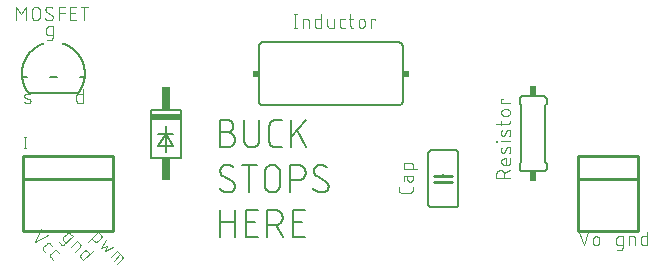
<source format=gbr>
G04 EAGLE Gerber RS-274X export*
G75*
%MOMM*%
%FSLAX34Y34*%
%LPD*%
%INSilkscreen Top*%
%IPPOS*%
%AMOC8*
5,1,8,0,0,1.08239X$1,22.5*%
G01*
%ADD10C,0.101600*%
%ADD11C,0.203200*%
%ADD12C,0.152400*%
%ADD13C,0.254000*%
%ADD14R,2.540000X0.508000*%
%ADD15R,0.762000X1.905000*%
%ADD16R,0.508000X0.609600*%
%ADD17C,0.127000*%
%ADD18R,0.609600X0.863600*%


D10*
X243106Y215392D02*
X243106Y203708D01*
X241808Y203708D02*
X244404Y203708D01*
X244404Y215392D02*
X241808Y215392D01*
X249273Y211497D02*
X249273Y203708D01*
X249273Y211497D02*
X252518Y211497D01*
X252605Y211495D01*
X252693Y211489D01*
X252779Y211479D01*
X252866Y211466D01*
X252951Y211448D01*
X253036Y211427D01*
X253120Y211402D01*
X253202Y211373D01*
X253283Y211340D01*
X253363Y211304D01*
X253441Y211265D01*
X253517Y211221D01*
X253591Y211175D01*
X253662Y211125D01*
X253732Y211072D01*
X253799Y211016D01*
X253863Y210957D01*
X253925Y210896D01*
X253984Y210831D01*
X254040Y210764D01*
X254093Y210694D01*
X254143Y210623D01*
X254189Y210549D01*
X254233Y210473D01*
X254272Y210395D01*
X254308Y210315D01*
X254341Y210234D01*
X254370Y210152D01*
X254395Y210068D01*
X254416Y209983D01*
X254434Y209898D01*
X254447Y209811D01*
X254457Y209725D01*
X254463Y209637D01*
X254465Y209550D01*
X254466Y209550D02*
X254466Y203708D01*
X264694Y203708D02*
X264694Y215392D01*
X264694Y203708D02*
X261448Y203708D01*
X261361Y203710D01*
X261273Y203716D01*
X261187Y203726D01*
X261100Y203739D01*
X261015Y203757D01*
X260930Y203778D01*
X260846Y203803D01*
X260764Y203832D01*
X260683Y203865D01*
X260603Y203901D01*
X260525Y203940D01*
X260449Y203984D01*
X260375Y204030D01*
X260304Y204080D01*
X260234Y204133D01*
X260167Y204189D01*
X260103Y204248D01*
X260041Y204310D01*
X259982Y204374D01*
X259926Y204441D01*
X259873Y204511D01*
X259823Y204582D01*
X259777Y204656D01*
X259733Y204732D01*
X259694Y204810D01*
X259658Y204890D01*
X259625Y204971D01*
X259596Y205053D01*
X259571Y205137D01*
X259550Y205222D01*
X259532Y205307D01*
X259519Y205394D01*
X259509Y205480D01*
X259503Y205568D01*
X259501Y205655D01*
X259501Y209550D01*
X259503Y209637D01*
X259509Y209725D01*
X259519Y209811D01*
X259532Y209898D01*
X259550Y209983D01*
X259571Y210068D01*
X259596Y210152D01*
X259625Y210234D01*
X259658Y210315D01*
X259694Y210395D01*
X259733Y210473D01*
X259777Y210549D01*
X259823Y210623D01*
X259873Y210694D01*
X259926Y210764D01*
X259982Y210831D01*
X260041Y210895D01*
X260103Y210957D01*
X260167Y211016D01*
X260234Y211072D01*
X260304Y211125D01*
X260375Y211175D01*
X260449Y211221D01*
X260525Y211265D01*
X260603Y211304D01*
X260683Y211340D01*
X260764Y211373D01*
X260846Y211402D01*
X260930Y211427D01*
X261015Y211448D01*
X261100Y211466D01*
X261187Y211479D01*
X261273Y211489D01*
X261361Y211495D01*
X261448Y211497D01*
X264694Y211497D01*
X270228Y211497D02*
X270228Y205655D01*
X270230Y205568D01*
X270236Y205480D01*
X270246Y205394D01*
X270259Y205307D01*
X270277Y205222D01*
X270298Y205137D01*
X270323Y205053D01*
X270352Y204971D01*
X270385Y204890D01*
X270421Y204810D01*
X270460Y204732D01*
X270504Y204656D01*
X270550Y204582D01*
X270600Y204511D01*
X270653Y204441D01*
X270709Y204374D01*
X270768Y204310D01*
X270830Y204248D01*
X270894Y204189D01*
X270961Y204133D01*
X271031Y204080D01*
X271102Y204030D01*
X271176Y203984D01*
X271252Y203940D01*
X271330Y203901D01*
X271410Y203865D01*
X271491Y203832D01*
X271573Y203803D01*
X271657Y203778D01*
X271742Y203757D01*
X271827Y203739D01*
X271914Y203726D01*
X272000Y203716D01*
X272088Y203710D01*
X272175Y203708D01*
X275421Y203708D01*
X275421Y211497D01*
X282475Y203708D02*
X285072Y203708D01*
X282475Y203708D02*
X282388Y203710D01*
X282300Y203716D01*
X282214Y203726D01*
X282127Y203739D01*
X282042Y203757D01*
X281957Y203778D01*
X281873Y203803D01*
X281791Y203832D01*
X281710Y203865D01*
X281630Y203901D01*
X281552Y203940D01*
X281476Y203984D01*
X281402Y204030D01*
X281331Y204080D01*
X281261Y204133D01*
X281194Y204189D01*
X281130Y204248D01*
X281068Y204310D01*
X281009Y204374D01*
X280953Y204441D01*
X280900Y204511D01*
X280850Y204582D01*
X280804Y204656D01*
X280760Y204732D01*
X280721Y204810D01*
X280685Y204890D01*
X280652Y204971D01*
X280623Y205053D01*
X280598Y205137D01*
X280577Y205222D01*
X280559Y205307D01*
X280546Y205394D01*
X280536Y205480D01*
X280530Y205568D01*
X280528Y205655D01*
X280528Y209550D01*
X280530Y209637D01*
X280536Y209725D01*
X280546Y209811D01*
X280559Y209898D01*
X280577Y209983D01*
X280598Y210068D01*
X280623Y210152D01*
X280652Y210234D01*
X280685Y210315D01*
X280721Y210395D01*
X280760Y210473D01*
X280804Y210549D01*
X280850Y210623D01*
X280900Y210694D01*
X280953Y210764D01*
X281009Y210831D01*
X281068Y210895D01*
X281130Y210957D01*
X281194Y211016D01*
X281261Y211072D01*
X281331Y211125D01*
X281402Y211175D01*
X281476Y211221D01*
X281552Y211265D01*
X281630Y211304D01*
X281710Y211340D01*
X281791Y211373D01*
X281873Y211402D01*
X281957Y211427D01*
X282042Y211448D01*
X282127Y211466D01*
X282214Y211479D01*
X282300Y211489D01*
X282388Y211495D01*
X282475Y211497D01*
X285072Y211497D01*
X288310Y211497D02*
X292205Y211497D01*
X289609Y215392D02*
X289609Y205655D01*
X289611Y205568D01*
X289617Y205480D01*
X289627Y205394D01*
X289640Y205307D01*
X289658Y205222D01*
X289679Y205137D01*
X289704Y205053D01*
X289733Y204971D01*
X289766Y204890D01*
X289802Y204810D01*
X289841Y204732D01*
X289885Y204656D01*
X289931Y204582D01*
X289981Y204511D01*
X290034Y204441D01*
X290090Y204374D01*
X290149Y204310D01*
X290211Y204248D01*
X290275Y204189D01*
X290342Y204133D01*
X290412Y204080D01*
X290483Y204030D01*
X290557Y203984D01*
X290633Y203940D01*
X290711Y203901D01*
X290791Y203865D01*
X290872Y203832D01*
X290954Y203803D01*
X291038Y203778D01*
X291123Y203757D01*
X291208Y203739D01*
X291295Y203726D01*
X291381Y203716D01*
X291469Y203710D01*
X291556Y203708D01*
X292205Y203708D01*
X296517Y206304D02*
X296517Y208901D01*
X296519Y209002D01*
X296525Y209102D01*
X296535Y209202D01*
X296548Y209302D01*
X296566Y209401D01*
X296587Y209500D01*
X296612Y209597D01*
X296641Y209694D01*
X296674Y209789D01*
X296710Y209883D01*
X296750Y209975D01*
X296793Y210066D01*
X296840Y210155D01*
X296890Y210242D01*
X296944Y210328D01*
X297001Y210411D01*
X297061Y210491D01*
X297124Y210570D01*
X297191Y210646D01*
X297260Y210719D01*
X297332Y210789D01*
X297406Y210857D01*
X297483Y210922D01*
X297563Y210983D01*
X297645Y211042D01*
X297729Y211097D01*
X297815Y211149D01*
X297903Y211198D01*
X297993Y211243D01*
X298085Y211285D01*
X298178Y211323D01*
X298273Y211357D01*
X298368Y211388D01*
X298465Y211415D01*
X298563Y211438D01*
X298662Y211458D01*
X298762Y211473D01*
X298862Y211485D01*
X298962Y211493D01*
X299063Y211497D01*
X299163Y211497D01*
X299264Y211493D01*
X299364Y211485D01*
X299464Y211473D01*
X299564Y211458D01*
X299663Y211438D01*
X299761Y211415D01*
X299858Y211388D01*
X299953Y211357D01*
X300048Y211323D01*
X300141Y211285D01*
X300233Y211243D01*
X300323Y211198D01*
X300411Y211149D01*
X300497Y211097D01*
X300581Y211042D01*
X300663Y210983D01*
X300743Y210922D01*
X300820Y210857D01*
X300894Y210789D01*
X300966Y210719D01*
X301035Y210646D01*
X301102Y210570D01*
X301165Y210491D01*
X301225Y210411D01*
X301282Y210328D01*
X301336Y210242D01*
X301386Y210155D01*
X301433Y210066D01*
X301476Y209975D01*
X301516Y209883D01*
X301552Y209789D01*
X301585Y209694D01*
X301614Y209597D01*
X301639Y209500D01*
X301660Y209401D01*
X301678Y209302D01*
X301691Y209202D01*
X301701Y209102D01*
X301707Y209002D01*
X301709Y208901D01*
X301710Y208901D02*
X301710Y206304D01*
X301709Y206304D02*
X301707Y206203D01*
X301701Y206103D01*
X301691Y206003D01*
X301678Y205903D01*
X301660Y205804D01*
X301639Y205705D01*
X301614Y205608D01*
X301585Y205511D01*
X301552Y205416D01*
X301516Y205322D01*
X301476Y205230D01*
X301433Y205139D01*
X301386Y205050D01*
X301336Y204963D01*
X301282Y204877D01*
X301225Y204794D01*
X301165Y204714D01*
X301102Y204635D01*
X301035Y204559D01*
X300966Y204486D01*
X300894Y204416D01*
X300820Y204348D01*
X300743Y204283D01*
X300663Y204222D01*
X300581Y204163D01*
X300497Y204108D01*
X300411Y204056D01*
X300323Y204007D01*
X300233Y203962D01*
X300141Y203920D01*
X300048Y203882D01*
X299953Y203848D01*
X299858Y203817D01*
X299761Y203790D01*
X299663Y203767D01*
X299564Y203747D01*
X299464Y203732D01*
X299364Y203720D01*
X299264Y203712D01*
X299163Y203708D01*
X299063Y203708D01*
X298962Y203712D01*
X298862Y203720D01*
X298762Y203732D01*
X298662Y203747D01*
X298563Y203767D01*
X298465Y203790D01*
X298368Y203817D01*
X298273Y203848D01*
X298178Y203882D01*
X298085Y203920D01*
X297993Y203962D01*
X297903Y204007D01*
X297815Y204056D01*
X297729Y204108D01*
X297645Y204163D01*
X297563Y204222D01*
X297483Y204283D01*
X297406Y204348D01*
X297332Y204416D01*
X297260Y204486D01*
X297191Y204559D01*
X297124Y204635D01*
X297061Y204714D01*
X297001Y204794D01*
X296944Y204877D01*
X296890Y204963D01*
X296840Y205050D01*
X296793Y205139D01*
X296750Y205230D01*
X296710Y205322D01*
X296674Y205416D01*
X296641Y205511D01*
X296612Y205608D01*
X296587Y205705D01*
X296566Y205804D01*
X296548Y205903D01*
X296535Y206003D01*
X296525Y206103D01*
X296519Y206203D01*
X296517Y206304D01*
X306870Y203708D02*
X306870Y211497D01*
X310765Y211497D01*
X310765Y210199D01*
X342392Y69201D02*
X342392Y66604D01*
X342390Y66505D01*
X342384Y66405D01*
X342375Y66306D01*
X342362Y66208D01*
X342345Y66110D01*
X342324Y66012D01*
X342299Y65916D01*
X342271Y65821D01*
X342239Y65727D01*
X342204Y65634D01*
X342165Y65542D01*
X342122Y65452D01*
X342077Y65364D01*
X342027Y65277D01*
X341975Y65193D01*
X341919Y65110D01*
X341861Y65030D01*
X341799Y64952D01*
X341734Y64877D01*
X341666Y64804D01*
X341596Y64734D01*
X341523Y64666D01*
X341448Y64601D01*
X341370Y64539D01*
X341290Y64481D01*
X341207Y64425D01*
X341123Y64373D01*
X341036Y64323D01*
X340948Y64278D01*
X340858Y64235D01*
X340766Y64196D01*
X340673Y64161D01*
X340579Y64129D01*
X340484Y64101D01*
X340388Y64076D01*
X340290Y64055D01*
X340192Y64038D01*
X340094Y64025D01*
X339995Y64016D01*
X339895Y64010D01*
X339796Y64008D01*
X333304Y64008D01*
X333205Y64010D01*
X333105Y64016D01*
X333006Y64025D01*
X332908Y64038D01*
X332810Y64056D01*
X332712Y64076D01*
X332616Y64101D01*
X332520Y64129D01*
X332426Y64161D01*
X332333Y64196D01*
X332242Y64235D01*
X332152Y64278D01*
X332063Y64323D01*
X331977Y64373D01*
X331892Y64425D01*
X331810Y64481D01*
X331730Y64540D01*
X331652Y64601D01*
X331576Y64666D01*
X331503Y64734D01*
X331433Y64804D01*
X331365Y64877D01*
X331300Y64953D01*
X331239Y65031D01*
X331180Y65111D01*
X331124Y65193D01*
X331072Y65278D01*
X331023Y65364D01*
X330977Y65453D01*
X330934Y65543D01*
X330895Y65634D01*
X330860Y65727D01*
X330828Y65821D01*
X330800Y65917D01*
X330775Y66013D01*
X330755Y66111D01*
X330737Y66209D01*
X330724Y66307D01*
X330715Y66406D01*
X330709Y66505D01*
X330707Y66605D01*
X330708Y66604D02*
X330708Y69201D01*
X337848Y75666D02*
X337848Y78587D01*
X337848Y75666D02*
X337850Y75572D01*
X337856Y75478D01*
X337865Y75385D01*
X337879Y75292D01*
X337896Y75200D01*
X337918Y75108D01*
X337942Y75018D01*
X337971Y74928D01*
X338003Y74840D01*
X338039Y74753D01*
X338079Y74668D01*
X338122Y74585D01*
X338168Y74503D01*
X338218Y74423D01*
X338271Y74346D01*
X338327Y74271D01*
X338386Y74198D01*
X338448Y74127D01*
X338513Y74059D01*
X338581Y73994D01*
X338652Y73932D01*
X338725Y73873D01*
X338800Y73817D01*
X338877Y73764D01*
X338957Y73714D01*
X339039Y73668D01*
X339122Y73625D01*
X339207Y73585D01*
X339294Y73549D01*
X339382Y73517D01*
X339472Y73488D01*
X339562Y73464D01*
X339654Y73442D01*
X339746Y73425D01*
X339839Y73411D01*
X339932Y73402D01*
X340026Y73396D01*
X340120Y73394D01*
X340214Y73396D01*
X340308Y73402D01*
X340401Y73411D01*
X340494Y73425D01*
X340586Y73442D01*
X340678Y73464D01*
X340768Y73488D01*
X340858Y73517D01*
X340946Y73549D01*
X341033Y73585D01*
X341118Y73625D01*
X341201Y73668D01*
X341283Y73714D01*
X341363Y73764D01*
X341440Y73817D01*
X341515Y73873D01*
X341588Y73932D01*
X341659Y73994D01*
X341727Y74059D01*
X341792Y74127D01*
X341854Y74198D01*
X341913Y74271D01*
X341969Y74346D01*
X342022Y74423D01*
X342072Y74503D01*
X342118Y74585D01*
X342161Y74668D01*
X342201Y74753D01*
X342237Y74840D01*
X342269Y74928D01*
X342298Y75018D01*
X342322Y75108D01*
X342344Y75200D01*
X342361Y75292D01*
X342375Y75385D01*
X342384Y75478D01*
X342390Y75572D01*
X342392Y75666D01*
X342392Y78587D01*
X336550Y78587D01*
X336463Y78585D01*
X336375Y78579D01*
X336289Y78569D01*
X336202Y78556D01*
X336117Y78538D01*
X336032Y78517D01*
X335948Y78492D01*
X335866Y78463D01*
X335785Y78430D01*
X335705Y78394D01*
X335627Y78355D01*
X335551Y78311D01*
X335477Y78265D01*
X335406Y78215D01*
X335336Y78162D01*
X335269Y78106D01*
X335205Y78047D01*
X335143Y77985D01*
X335084Y77921D01*
X335028Y77854D01*
X334975Y77784D01*
X334925Y77713D01*
X334879Y77639D01*
X334835Y77563D01*
X334796Y77485D01*
X334760Y77405D01*
X334727Y77324D01*
X334698Y77242D01*
X334673Y77158D01*
X334652Y77073D01*
X334634Y76988D01*
X334621Y76901D01*
X334611Y76815D01*
X334605Y76727D01*
X334603Y76640D01*
X334603Y74044D01*
X334603Y84180D02*
X346287Y84180D01*
X334603Y84180D02*
X334603Y87426D01*
X334605Y87513D01*
X334611Y87601D01*
X334621Y87687D01*
X334634Y87774D01*
X334652Y87859D01*
X334673Y87944D01*
X334698Y88028D01*
X334727Y88110D01*
X334760Y88191D01*
X334796Y88271D01*
X334835Y88349D01*
X334879Y88425D01*
X334925Y88499D01*
X334975Y88570D01*
X335028Y88640D01*
X335084Y88707D01*
X335143Y88771D01*
X335204Y88833D01*
X335269Y88892D01*
X335336Y88948D01*
X335406Y89001D01*
X335477Y89051D01*
X335551Y89097D01*
X335627Y89141D01*
X335705Y89180D01*
X335785Y89216D01*
X335866Y89249D01*
X335948Y89278D01*
X336032Y89303D01*
X336117Y89324D01*
X336202Y89342D01*
X336289Y89355D01*
X336375Y89365D01*
X336463Y89371D01*
X336550Y89373D01*
X340445Y89373D01*
X340532Y89371D01*
X340620Y89365D01*
X340706Y89355D01*
X340793Y89342D01*
X340878Y89324D01*
X340963Y89303D01*
X341047Y89278D01*
X341129Y89249D01*
X341210Y89216D01*
X341290Y89180D01*
X341368Y89141D01*
X341444Y89097D01*
X341518Y89051D01*
X341589Y89001D01*
X341659Y88948D01*
X341726Y88892D01*
X341790Y88833D01*
X341852Y88771D01*
X341911Y88707D01*
X341967Y88640D01*
X342020Y88570D01*
X342070Y88499D01*
X342116Y88425D01*
X342160Y88349D01*
X342199Y88271D01*
X342235Y88191D01*
X342268Y88110D01*
X342297Y88028D01*
X342322Y87944D01*
X342343Y87859D01*
X342361Y87774D01*
X342374Y87687D01*
X342384Y87601D01*
X342390Y87513D01*
X342392Y87426D01*
X342392Y84180D01*
X6858Y210058D02*
X6858Y221742D01*
X10753Y215251D01*
X14647Y221742D01*
X14647Y210058D01*
X20080Y213304D02*
X20080Y218496D01*
X20082Y218609D01*
X20088Y218722D01*
X20098Y218835D01*
X20112Y218948D01*
X20129Y219060D01*
X20151Y219171D01*
X20176Y219281D01*
X20206Y219391D01*
X20239Y219499D01*
X20276Y219606D01*
X20316Y219712D01*
X20361Y219816D01*
X20409Y219919D01*
X20460Y220020D01*
X20515Y220119D01*
X20573Y220216D01*
X20635Y220311D01*
X20700Y220404D01*
X20768Y220494D01*
X20839Y220582D01*
X20914Y220668D01*
X20991Y220751D01*
X21071Y220831D01*
X21154Y220908D01*
X21240Y220983D01*
X21328Y221054D01*
X21418Y221122D01*
X21511Y221187D01*
X21606Y221249D01*
X21703Y221307D01*
X21802Y221362D01*
X21903Y221413D01*
X22006Y221461D01*
X22110Y221506D01*
X22216Y221546D01*
X22323Y221583D01*
X22431Y221616D01*
X22541Y221646D01*
X22651Y221671D01*
X22762Y221693D01*
X22874Y221710D01*
X22987Y221724D01*
X23100Y221734D01*
X23213Y221740D01*
X23326Y221742D01*
X23439Y221740D01*
X23552Y221734D01*
X23665Y221724D01*
X23778Y221710D01*
X23890Y221693D01*
X24001Y221671D01*
X24111Y221646D01*
X24221Y221616D01*
X24329Y221583D01*
X24436Y221546D01*
X24542Y221506D01*
X24646Y221461D01*
X24749Y221413D01*
X24850Y221362D01*
X24949Y221307D01*
X25046Y221249D01*
X25141Y221187D01*
X25234Y221122D01*
X25324Y221054D01*
X25412Y220983D01*
X25498Y220908D01*
X25581Y220831D01*
X25661Y220751D01*
X25738Y220668D01*
X25813Y220582D01*
X25884Y220494D01*
X25952Y220404D01*
X26017Y220311D01*
X26079Y220216D01*
X26137Y220119D01*
X26192Y220020D01*
X26243Y219919D01*
X26291Y219816D01*
X26336Y219712D01*
X26376Y219606D01*
X26413Y219499D01*
X26446Y219391D01*
X26476Y219281D01*
X26501Y219171D01*
X26523Y219060D01*
X26540Y218948D01*
X26554Y218835D01*
X26564Y218722D01*
X26570Y218609D01*
X26572Y218496D01*
X26571Y218496D02*
X26571Y213304D01*
X26572Y213304D02*
X26570Y213191D01*
X26564Y213078D01*
X26554Y212965D01*
X26540Y212852D01*
X26523Y212740D01*
X26501Y212629D01*
X26476Y212519D01*
X26446Y212409D01*
X26413Y212301D01*
X26376Y212194D01*
X26336Y212088D01*
X26291Y211984D01*
X26243Y211881D01*
X26192Y211780D01*
X26137Y211681D01*
X26079Y211584D01*
X26017Y211489D01*
X25952Y211396D01*
X25884Y211306D01*
X25813Y211218D01*
X25738Y211132D01*
X25661Y211049D01*
X25581Y210969D01*
X25498Y210892D01*
X25412Y210817D01*
X25324Y210746D01*
X25234Y210678D01*
X25141Y210613D01*
X25046Y210551D01*
X24949Y210493D01*
X24850Y210438D01*
X24749Y210387D01*
X24646Y210339D01*
X24542Y210294D01*
X24436Y210254D01*
X24329Y210217D01*
X24221Y210184D01*
X24111Y210154D01*
X24001Y210129D01*
X23890Y210107D01*
X23778Y210090D01*
X23665Y210076D01*
X23552Y210066D01*
X23439Y210060D01*
X23326Y210058D01*
X23213Y210060D01*
X23100Y210066D01*
X22987Y210076D01*
X22874Y210090D01*
X22762Y210107D01*
X22651Y210129D01*
X22541Y210154D01*
X22431Y210184D01*
X22323Y210217D01*
X22216Y210254D01*
X22110Y210294D01*
X22006Y210339D01*
X21903Y210387D01*
X21802Y210438D01*
X21703Y210493D01*
X21606Y210551D01*
X21511Y210613D01*
X21418Y210678D01*
X21328Y210746D01*
X21240Y210817D01*
X21154Y210892D01*
X21071Y210969D01*
X20991Y211049D01*
X20914Y211132D01*
X20839Y211218D01*
X20768Y211306D01*
X20700Y211396D01*
X20635Y211489D01*
X20573Y211584D01*
X20515Y211681D01*
X20460Y211780D01*
X20409Y211881D01*
X20361Y211984D01*
X20316Y212088D01*
X20276Y212194D01*
X20239Y212301D01*
X20206Y212409D01*
X20176Y212519D01*
X20151Y212629D01*
X20129Y212740D01*
X20112Y212852D01*
X20098Y212965D01*
X20088Y213078D01*
X20082Y213191D01*
X20080Y213304D01*
X35024Y210058D02*
X35123Y210060D01*
X35223Y210066D01*
X35322Y210075D01*
X35420Y210088D01*
X35518Y210105D01*
X35616Y210126D01*
X35712Y210151D01*
X35807Y210179D01*
X35901Y210211D01*
X35994Y210246D01*
X36086Y210285D01*
X36176Y210328D01*
X36264Y210373D01*
X36351Y210423D01*
X36435Y210475D01*
X36518Y210531D01*
X36598Y210589D01*
X36676Y210651D01*
X36751Y210716D01*
X36824Y210784D01*
X36894Y210854D01*
X36962Y210927D01*
X37027Y211002D01*
X37089Y211080D01*
X37147Y211160D01*
X37203Y211243D01*
X37255Y211327D01*
X37305Y211414D01*
X37350Y211502D01*
X37393Y211592D01*
X37432Y211684D01*
X37467Y211777D01*
X37499Y211871D01*
X37527Y211966D01*
X37552Y212062D01*
X37573Y212160D01*
X37590Y212258D01*
X37603Y212356D01*
X37612Y212455D01*
X37618Y212555D01*
X37620Y212654D01*
X35024Y210058D02*
X34880Y210060D01*
X34735Y210066D01*
X34591Y210075D01*
X34448Y210088D01*
X34304Y210105D01*
X34161Y210126D01*
X34019Y210151D01*
X33878Y210179D01*
X33737Y210211D01*
X33597Y210247D01*
X33458Y210286D01*
X33320Y210329D01*
X33184Y210376D01*
X33048Y210426D01*
X32914Y210480D01*
X32782Y210537D01*
X32651Y210598D01*
X32522Y210662D01*
X32394Y210730D01*
X32268Y210800D01*
X32144Y210875D01*
X32023Y210952D01*
X31903Y211033D01*
X31785Y211116D01*
X31670Y211203D01*
X31557Y211293D01*
X31446Y211386D01*
X31338Y211481D01*
X31232Y211580D01*
X31129Y211681D01*
X31454Y219146D02*
X31456Y219245D01*
X31462Y219345D01*
X31471Y219444D01*
X31484Y219542D01*
X31501Y219640D01*
X31522Y219738D01*
X31547Y219834D01*
X31575Y219929D01*
X31607Y220023D01*
X31642Y220116D01*
X31681Y220208D01*
X31724Y220298D01*
X31769Y220386D01*
X31819Y220473D01*
X31871Y220557D01*
X31927Y220640D01*
X31985Y220720D01*
X32047Y220798D01*
X32112Y220873D01*
X32180Y220946D01*
X32250Y221016D01*
X32323Y221084D01*
X32398Y221149D01*
X32476Y221211D01*
X32556Y221269D01*
X32639Y221325D01*
X32723Y221377D01*
X32810Y221427D01*
X32898Y221472D01*
X32988Y221515D01*
X33080Y221554D01*
X33173Y221589D01*
X33267Y221621D01*
X33362Y221649D01*
X33459Y221674D01*
X33556Y221695D01*
X33654Y221712D01*
X33752Y221725D01*
X33851Y221734D01*
X33951Y221740D01*
X34050Y221742D01*
X34186Y221740D01*
X34322Y221734D01*
X34458Y221725D01*
X34594Y221712D01*
X34729Y221694D01*
X34863Y221674D01*
X34997Y221649D01*
X35131Y221621D01*
X35263Y221588D01*
X35394Y221553D01*
X35525Y221513D01*
X35654Y221470D01*
X35782Y221424D01*
X35908Y221373D01*
X36034Y221320D01*
X36157Y221262D01*
X36279Y221202D01*
X36399Y221138D01*
X36518Y221070D01*
X36634Y221000D01*
X36748Y220926D01*
X36861Y220849D01*
X36971Y220768D01*
X32752Y216874D02*
X32666Y216927D01*
X32582Y216984D01*
X32500Y217043D01*
X32420Y217106D01*
X32343Y217172D01*
X32268Y217240D01*
X32196Y217312D01*
X32127Y217386D01*
X32061Y217463D01*
X31998Y217542D01*
X31938Y217624D01*
X31881Y217708D01*
X31827Y217794D01*
X31777Y217882D01*
X31730Y217972D01*
X31686Y218063D01*
X31647Y218157D01*
X31610Y218251D01*
X31578Y218347D01*
X31549Y218445D01*
X31524Y218543D01*
X31503Y218642D01*
X31485Y218742D01*
X31472Y218842D01*
X31462Y218943D01*
X31456Y219045D01*
X31454Y219146D01*
X36322Y214926D02*
X36408Y214873D01*
X36492Y214816D01*
X36574Y214757D01*
X36654Y214694D01*
X36731Y214628D01*
X36806Y214560D01*
X36878Y214488D01*
X36947Y214414D01*
X37013Y214337D01*
X37076Y214258D01*
X37136Y214176D01*
X37193Y214092D01*
X37247Y214006D01*
X37297Y213918D01*
X37344Y213828D01*
X37388Y213737D01*
X37427Y213643D01*
X37464Y213549D01*
X37496Y213453D01*
X37525Y213355D01*
X37550Y213257D01*
X37571Y213158D01*
X37589Y213058D01*
X37602Y212958D01*
X37612Y212857D01*
X37618Y212755D01*
X37620Y212654D01*
X36322Y214926D02*
X32752Y216874D01*
X42582Y221742D02*
X42582Y210058D01*
X42582Y221742D02*
X47775Y221742D01*
X47775Y216549D02*
X42582Y216549D01*
X52488Y210058D02*
X57681Y210058D01*
X52488Y210058D02*
X52488Y221742D01*
X57681Y221742D01*
X56382Y216549D02*
X52488Y216549D01*
X64474Y221742D02*
X64474Y210058D01*
X61228Y221742D02*
X67719Y221742D01*
X17752Y143454D02*
X14506Y144752D01*
X14506Y144751D02*
X14431Y144784D01*
X14357Y144820D01*
X14285Y144859D01*
X14215Y144902D01*
X14148Y144948D01*
X14082Y144998D01*
X14020Y145050D01*
X13959Y145106D01*
X13902Y145164D01*
X13847Y145225D01*
X13796Y145289D01*
X13748Y145355D01*
X13703Y145424D01*
X13661Y145494D01*
X13623Y145567D01*
X13588Y145641D01*
X13557Y145717D01*
X13530Y145794D01*
X13507Y145873D01*
X13487Y145952D01*
X13472Y146033D01*
X13460Y146114D01*
X13452Y146196D01*
X13448Y146277D01*
X13449Y146359D01*
X13453Y146441D01*
X13461Y146523D01*
X13473Y146604D01*
X13489Y146684D01*
X13509Y146764D01*
X13533Y146842D01*
X13561Y146919D01*
X13592Y146995D01*
X13627Y147069D01*
X13665Y147141D01*
X13707Y147212D01*
X13753Y147280D01*
X13801Y147346D01*
X13853Y147409D01*
X13908Y147470D01*
X13966Y147528D01*
X14026Y147584D01*
X14089Y147636D01*
X14155Y147685D01*
X14223Y147731D01*
X14293Y147773D01*
X14365Y147813D01*
X14439Y147848D01*
X14514Y147880D01*
X14591Y147908D01*
X14669Y147932D01*
X14749Y147953D01*
X14829Y147970D01*
X14910Y147982D01*
X14991Y147991D01*
X15073Y147996D01*
X15155Y147997D01*
X15332Y147993D01*
X15509Y147984D01*
X15686Y147970D01*
X15863Y147953D01*
X16038Y147931D01*
X16214Y147906D01*
X16388Y147875D01*
X16562Y147841D01*
X16735Y147803D01*
X16907Y147760D01*
X17078Y147713D01*
X17248Y147663D01*
X17417Y147608D01*
X17584Y147549D01*
X17749Y147486D01*
X17914Y147419D01*
X18076Y147348D01*
X17752Y143454D02*
X17827Y143421D01*
X17901Y143385D01*
X17973Y143346D01*
X18043Y143303D01*
X18110Y143257D01*
X18176Y143207D01*
X18238Y143155D01*
X18299Y143099D01*
X18356Y143041D01*
X18411Y142980D01*
X18462Y142916D01*
X18510Y142850D01*
X18555Y142781D01*
X18597Y142711D01*
X18635Y142638D01*
X18670Y142564D01*
X18701Y142488D01*
X18728Y142411D01*
X18751Y142332D01*
X18771Y142253D01*
X18786Y142172D01*
X18798Y142091D01*
X18806Y142009D01*
X18810Y141928D01*
X18809Y141846D01*
X18805Y141764D01*
X18797Y141682D01*
X18785Y141601D01*
X18769Y141521D01*
X18749Y141441D01*
X18725Y141363D01*
X18697Y141286D01*
X18666Y141210D01*
X18631Y141136D01*
X18593Y141064D01*
X18551Y140993D01*
X18505Y140925D01*
X18457Y140859D01*
X18405Y140796D01*
X18350Y140735D01*
X18292Y140677D01*
X18232Y140621D01*
X18169Y140569D01*
X18103Y140520D01*
X18035Y140474D01*
X17965Y140432D01*
X17893Y140392D01*
X17819Y140357D01*
X17744Y140325D01*
X17667Y140297D01*
X17589Y140273D01*
X17509Y140252D01*
X17429Y140235D01*
X17348Y140223D01*
X17267Y140214D01*
X17185Y140209D01*
X17103Y140208D01*
X16843Y140215D01*
X16583Y140228D01*
X16323Y140247D01*
X16064Y140272D01*
X15805Y140304D01*
X15548Y140341D01*
X15291Y140385D01*
X15035Y140434D01*
X14781Y140490D01*
X14528Y140551D01*
X14277Y140619D01*
X14027Y140693D01*
X13779Y140772D01*
X13533Y140857D01*
X62851Y140208D02*
X62851Y151892D01*
X62851Y140208D02*
X59605Y140208D01*
X59518Y140210D01*
X59430Y140216D01*
X59344Y140226D01*
X59257Y140239D01*
X59172Y140257D01*
X59087Y140278D01*
X59003Y140303D01*
X58921Y140332D01*
X58840Y140365D01*
X58760Y140401D01*
X58682Y140440D01*
X58606Y140484D01*
X58532Y140530D01*
X58461Y140580D01*
X58391Y140633D01*
X58324Y140689D01*
X58260Y140748D01*
X58198Y140810D01*
X58139Y140874D01*
X58083Y140941D01*
X58030Y141011D01*
X57980Y141082D01*
X57934Y141156D01*
X57890Y141232D01*
X57851Y141310D01*
X57815Y141390D01*
X57782Y141471D01*
X57753Y141553D01*
X57728Y141637D01*
X57707Y141722D01*
X57689Y141807D01*
X57676Y141894D01*
X57666Y141980D01*
X57660Y142068D01*
X57658Y142155D01*
X57658Y146050D01*
X57660Y146137D01*
X57666Y146225D01*
X57676Y146311D01*
X57689Y146398D01*
X57707Y146483D01*
X57728Y146568D01*
X57753Y146652D01*
X57782Y146734D01*
X57815Y146815D01*
X57851Y146895D01*
X57890Y146973D01*
X57934Y147049D01*
X57980Y147123D01*
X58030Y147194D01*
X58083Y147264D01*
X58139Y147331D01*
X58198Y147395D01*
X58260Y147457D01*
X58324Y147516D01*
X58391Y147572D01*
X58461Y147625D01*
X58532Y147675D01*
X58606Y147721D01*
X58682Y147765D01*
X58760Y147804D01*
X58840Y147840D01*
X58921Y147873D01*
X59003Y147902D01*
X59087Y147927D01*
X59172Y147948D01*
X59257Y147966D01*
X59344Y147979D01*
X59430Y147989D01*
X59518Y147995D01*
X59605Y147997D01*
X62851Y147997D01*
X37451Y197358D02*
X34205Y197358D01*
X34118Y197360D01*
X34030Y197366D01*
X33944Y197376D01*
X33857Y197389D01*
X33772Y197407D01*
X33687Y197428D01*
X33603Y197453D01*
X33521Y197482D01*
X33440Y197515D01*
X33360Y197551D01*
X33282Y197590D01*
X33206Y197634D01*
X33132Y197680D01*
X33061Y197730D01*
X32991Y197783D01*
X32924Y197839D01*
X32860Y197898D01*
X32798Y197960D01*
X32739Y198024D01*
X32683Y198091D01*
X32630Y198161D01*
X32580Y198232D01*
X32534Y198306D01*
X32490Y198382D01*
X32451Y198460D01*
X32415Y198540D01*
X32382Y198621D01*
X32353Y198703D01*
X32328Y198787D01*
X32307Y198872D01*
X32289Y198957D01*
X32276Y199044D01*
X32266Y199130D01*
X32260Y199218D01*
X32258Y199305D01*
X32258Y203200D01*
X32260Y203287D01*
X32266Y203375D01*
X32276Y203461D01*
X32289Y203548D01*
X32307Y203633D01*
X32328Y203718D01*
X32353Y203802D01*
X32382Y203884D01*
X32415Y203965D01*
X32451Y204045D01*
X32490Y204123D01*
X32534Y204199D01*
X32580Y204273D01*
X32630Y204344D01*
X32683Y204414D01*
X32739Y204481D01*
X32798Y204545D01*
X32860Y204607D01*
X32924Y204666D01*
X32991Y204722D01*
X33061Y204775D01*
X33132Y204825D01*
X33206Y204871D01*
X33282Y204915D01*
X33360Y204954D01*
X33440Y204990D01*
X33521Y205023D01*
X33603Y205052D01*
X33687Y205077D01*
X33772Y205098D01*
X33857Y205116D01*
X33944Y205129D01*
X34030Y205139D01*
X34118Y205145D01*
X34205Y205147D01*
X37451Y205147D01*
X37451Y195411D01*
X37449Y195324D01*
X37443Y195236D01*
X37433Y195150D01*
X37420Y195063D01*
X37402Y194978D01*
X37381Y194893D01*
X37356Y194809D01*
X37327Y194727D01*
X37294Y194646D01*
X37258Y194566D01*
X37219Y194488D01*
X37175Y194412D01*
X37129Y194338D01*
X37079Y194267D01*
X37026Y194197D01*
X36970Y194130D01*
X36911Y194066D01*
X36850Y194004D01*
X36785Y193945D01*
X36718Y193889D01*
X36648Y193836D01*
X36577Y193786D01*
X36503Y193740D01*
X36427Y193696D01*
X36349Y193657D01*
X36269Y193621D01*
X36188Y193588D01*
X36106Y193559D01*
X36022Y193534D01*
X35937Y193513D01*
X35852Y193495D01*
X35765Y193482D01*
X35679Y193472D01*
X35591Y193466D01*
X35504Y193464D01*
X35504Y193463D02*
X32907Y193463D01*
X413258Y76708D02*
X424942Y76708D01*
X413258Y76708D02*
X413258Y79954D01*
X413260Y80067D01*
X413266Y80180D01*
X413276Y80293D01*
X413290Y80406D01*
X413307Y80518D01*
X413329Y80629D01*
X413354Y80739D01*
X413384Y80849D01*
X413417Y80957D01*
X413454Y81064D01*
X413494Y81170D01*
X413539Y81274D01*
X413587Y81377D01*
X413638Y81478D01*
X413693Y81577D01*
X413751Y81674D01*
X413813Y81769D01*
X413878Y81862D01*
X413946Y81952D01*
X414017Y82040D01*
X414092Y82126D01*
X414169Y82209D01*
X414249Y82289D01*
X414332Y82366D01*
X414418Y82441D01*
X414506Y82512D01*
X414596Y82580D01*
X414689Y82645D01*
X414784Y82707D01*
X414881Y82765D01*
X414980Y82820D01*
X415081Y82871D01*
X415184Y82919D01*
X415288Y82964D01*
X415394Y83004D01*
X415501Y83041D01*
X415609Y83074D01*
X415719Y83104D01*
X415829Y83129D01*
X415940Y83151D01*
X416052Y83168D01*
X416165Y83182D01*
X416278Y83192D01*
X416391Y83198D01*
X416504Y83200D01*
X416617Y83198D01*
X416730Y83192D01*
X416843Y83182D01*
X416956Y83168D01*
X417068Y83151D01*
X417179Y83129D01*
X417289Y83104D01*
X417399Y83074D01*
X417507Y83041D01*
X417614Y83004D01*
X417720Y82964D01*
X417824Y82919D01*
X417927Y82871D01*
X418028Y82820D01*
X418127Y82765D01*
X418224Y82707D01*
X418319Y82645D01*
X418412Y82580D01*
X418502Y82512D01*
X418590Y82441D01*
X418676Y82366D01*
X418759Y82289D01*
X418839Y82209D01*
X418916Y82126D01*
X418991Y82040D01*
X419062Y81952D01*
X419130Y81862D01*
X419195Y81769D01*
X419257Y81674D01*
X419315Y81577D01*
X419370Y81478D01*
X419421Y81377D01*
X419469Y81274D01*
X419514Y81170D01*
X419554Y81064D01*
X419591Y80957D01*
X419624Y80849D01*
X419654Y80739D01*
X419679Y80629D01*
X419701Y80518D01*
X419718Y80406D01*
X419732Y80293D01*
X419742Y80180D01*
X419748Y80067D01*
X419750Y79954D01*
X419749Y79954D02*
X419749Y76708D01*
X419749Y80603D02*
X424942Y83199D01*
X424942Y89899D02*
X424942Y93144D01*
X424942Y89899D02*
X424940Y89812D01*
X424934Y89724D01*
X424924Y89638D01*
X424911Y89551D01*
X424893Y89466D01*
X424872Y89381D01*
X424847Y89297D01*
X424818Y89215D01*
X424785Y89134D01*
X424749Y89054D01*
X424710Y88976D01*
X424666Y88900D01*
X424620Y88826D01*
X424570Y88755D01*
X424517Y88685D01*
X424461Y88618D01*
X424402Y88554D01*
X424340Y88492D01*
X424276Y88433D01*
X424209Y88377D01*
X424139Y88324D01*
X424068Y88274D01*
X423994Y88228D01*
X423918Y88184D01*
X423840Y88145D01*
X423760Y88109D01*
X423679Y88076D01*
X423597Y88047D01*
X423513Y88022D01*
X423428Y88001D01*
X423343Y87983D01*
X423256Y87970D01*
X423170Y87960D01*
X423082Y87954D01*
X422995Y87952D01*
X422995Y87951D02*
X419749Y87951D01*
X419749Y87952D02*
X419648Y87954D01*
X419548Y87960D01*
X419448Y87970D01*
X419348Y87983D01*
X419249Y88001D01*
X419150Y88022D01*
X419053Y88047D01*
X418956Y88076D01*
X418861Y88109D01*
X418767Y88145D01*
X418675Y88185D01*
X418584Y88228D01*
X418495Y88275D01*
X418408Y88325D01*
X418322Y88379D01*
X418239Y88436D01*
X418159Y88496D01*
X418080Y88559D01*
X418004Y88626D01*
X417931Y88695D01*
X417861Y88767D01*
X417793Y88841D01*
X417728Y88918D01*
X417667Y88998D01*
X417608Y89080D01*
X417553Y89164D01*
X417501Y89250D01*
X417452Y89338D01*
X417407Y89428D01*
X417365Y89520D01*
X417327Y89613D01*
X417293Y89708D01*
X417262Y89803D01*
X417235Y89900D01*
X417212Y89998D01*
X417192Y90097D01*
X417177Y90197D01*
X417165Y90297D01*
X417157Y90397D01*
X417153Y90498D01*
X417153Y90598D01*
X417157Y90699D01*
X417165Y90799D01*
X417177Y90899D01*
X417192Y90999D01*
X417212Y91098D01*
X417235Y91196D01*
X417262Y91293D01*
X417293Y91388D01*
X417327Y91483D01*
X417365Y91576D01*
X417407Y91668D01*
X417452Y91758D01*
X417501Y91846D01*
X417553Y91932D01*
X417608Y92016D01*
X417667Y92098D01*
X417728Y92178D01*
X417793Y92255D01*
X417861Y92329D01*
X417931Y92401D01*
X418004Y92470D01*
X418080Y92537D01*
X418159Y92600D01*
X418239Y92660D01*
X418322Y92717D01*
X418408Y92771D01*
X418495Y92821D01*
X418584Y92868D01*
X418675Y92911D01*
X418767Y92951D01*
X418861Y92987D01*
X418956Y93020D01*
X419053Y93049D01*
X419150Y93074D01*
X419249Y93095D01*
X419348Y93113D01*
X419448Y93126D01*
X419548Y93136D01*
X419648Y93142D01*
X419749Y93144D01*
X421047Y93144D01*
X421047Y87951D01*
X420398Y98831D02*
X421696Y102077D01*
X420399Y98831D02*
X420366Y98756D01*
X420330Y98682D01*
X420291Y98610D01*
X420248Y98540D01*
X420202Y98473D01*
X420152Y98407D01*
X420100Y98345D01*
X420044Y98284D01*
X419986Y98227D01*
X419925Y98172D01*
X419861Y98121D01*
X419795Y98073D01*
X419726Y98028D01*
X419656Y97986D01*
X419583Y97948D01*
X419509Y97913D01*
X419433Y97882D01*
X419356Y97855D01*
X419277Y97832D01*
X419198Y97812D01*
X419117Y97797D01*
X419036Y97785D01*
X418954Y97777D01*
X418873Y97773D01*
X418791Y97774D01*
X418709Y97778D01*
X418627Y97786D01*
X418546Y97798D01*
X418466Y97814D01*
X418386Y97834D01*
X418308Y97858D01*
X418231Y97886D01*
X418155Y97917D01*
X418081Y97952D01*
X418009Y97990D01*
X417938Y98032D01*
X417870Y98078D01*
X417804Y98126D01*
X417741Y98178D01*
X417680Y98233D01*
X417622Y98291D01*
X417566Y98351D01*
X417514Y98414D01*
X417465Y98480D01*
X417419Y98548D01*
X417377Y98618D01*
X417337Y98690D01*
X417302Y98764D01*
X417270Y98839D01*
X417242Y98916D01*
X417218Y98994D01*
X417197Y99074D01*
X417180Y99154D01*
X417168Y99235D01*
X417159Y99316D01*
X417154Y99398D01*
X417153Y99480D01*
X417157Y99657D01*
X417166Y99834D01*
X417180Y100011D01*
X417197Y100188D01*
X417219Y100363D01*
X417244Y100539D01*
X417275Y100713D01*
X417309Y100887D01*
X417347Y101060D01*
X417390Y101232D01*
X417437Y101403D01*
X417487Y101573D01*
X417542Y101742D01*
X417601Y101909D01*
X417664Y102075D01*
X417731Y102239D01*
X417802Y102401D01*
X421696Y102077D02*
X421729Y102152D01*
X421765Y102226D01*
X421804Y102298D01*
X421847Y102368D01*
X421893Y102435D01*
X421943Y102501D01*
X421995Y102563D01*
X422051Y102624D01*
X422109Y102681D01*
X422170Y102736D01*
X422234Y102787D01*
X422300Y102835D01*
X422369Y102880D01*
X422439Y102922D01*
X422512Y102960D01*
X422586Y102995D01*
X422662Y103026D01*
X422739Y103053D01*
X422818Y103076D01*
X422898Y103096D01*
X422978Y103111D01*
X423059Y103123D01*
X423141Y103131D01*
X423222Y103135D01*
X423304Y103134D01*
X423386Y103130D01*
X423468Y103122D01*
X423549Y103110D01*
X423629Y103094D01*
X423709Y103074D01*
X423787Y103050D01*
X423864Y103022D01*
X423940Y102991D01*
X424014Y102956D01*
X424086Y102918D01*
X424157Y102876D01*
X424225Y102830D01*
X424291Y102782D01*
X424354Y102730D01*
X424415Y102675D01*
X424473Y102617D01*
X424529Y102557D01*
X424581Y102494D01*
X424630Y102428D01*
X424676Y102360D01*
X424718Y102290D01*
X424758Y102218D01*
X424793Y102144D01*
X424825Y102069D01*
X424853Y101992D01*
X424877Y101914D01*
X424898Y101834D01*
X424915Y101754D01*
X424927Y101673D01*
X424936Y101592D01*
X424941Y101510D01*
X424942Y101428D01*
X424935Y101168D01*
X424922Y100908D01*
X424903Y100648D01*
X424878Y100389D01*
X424846Y100130D01*
X424809Y99873D01*
X424765Y99616D01*
X424716Y99360D01*
X424660Y99106D01*
X424599Y98853D01*
X424531Y98602D01*
X424457Y98352D01*
X424378Y98104D01*
X424293Y97858D01*
X424942Y107693D02*
X417153Y107693D01*
X413907Y107368D02*
X413258Y107368D01*
X413258Y108017D01*
X413907Y108017D01*
X413907Y107368D01*
X420398Y113309D02*
X421696Y116555D01*
X420399Y113309D02*
X420366Y113234D01*
X420330Y113160D01*
X420291Y113088D01*
X420248Y113018D01*
X420202Y112951D01*
X420152Y112885D01*
X420100Y112823D01*
X420044Y112762D01*
X419986Y112705D01*
X419925Y112650D01*
X419861Y112599D01*
X419795Y112551D01*
X419726Y112506D01*
X419656Y112464D01*
X419583Y112426D01*
X419509Y112391D01*
X419433Y112360D01*
X419356Y112333D01*
X419277Y112310D01*
X419198Y112290D01*
X419117Y112275D01*
X419036Y112263D01*
X418954Y112255D01*
X418873Y112251D01*
X418791Y112252D01*
X418709Y112256D01*
X418627Y112264D01*
X418546Y112276D01*
X418466Y112292D01*
X418386Y112312D01*
X418308Y112336D01*
X418231Y112364D01*
X418155Y112395D01*
X418081Y112430D01*
X418009Y112468D01*
X417938Y112510D01*
X417870Y112556D01*
X417804Y112604D01*
X417741Y112656D01*
X417680Y112711D01*
X417622Y112769D01*
X417566Y112829D01*
X417514Y112892D01*
X417465Y112958D01*
X417419Y113026D01*
X417377Y113096D01*
X417337Y113168D01*
X417302Y113242D01*
X417270Y113317D01*
X417242Y113394D01*
X417218Y113472D01*
X417197Y113552D01*
X417180Y113632D01*
X417168Y113713D01*
X417159Y113794D01*
X417154Y113876D01*
X417153Y113958D01*
X417157Y114135D01*
X417166Y114312D01*
X417180Y114489D01*
X417197Y114666D01*
X417219Y114841D01*
X417244Y115017D01*
X417275Y115191D01*
X417309Y115365D01*
X417347Y115538D01*
X417390Y115710D01*
X417437Y115881D01*
X417487Y116051D01*
X417542Y116220D01*
X417601Y116387D01*
X417664Y116553D01*
X417731Y116717D01*
X417802Y116879D01*
X421696Y116555D02*
X421729Y116630D01*
X421765Y116704D01*
X421804Y116776D01*
X421847Y116846D01*
X421893Y116913D01*
X421943Y116979D01*
X421995Y117041D01*
X422051Y117102D01*
X422109Y117159D01*
X422170Y117214D01*
X422234Y117265D01*
X422300Y117313D01*
X422369Y117358D01*
X422439Y117400D01*
X422512Y117438D01*
X422586Y117473D01*
X422662Y117504D01*
X422739Y117531D01*
X422818Y117554D01*
X422898Y117574D01*
X422978Y117589D01*
X423059Y117601D01*
X423141Y117609D01*
X423222Y117613D01*
X423304Y117612D01*
X423386Y117608D01*
X423468Y117600D01*
X423549Y117588D01*
X423629Y117572D01*
X423709Y117552D01*
X423787Y117528D01*
X423864Y117500D01*
X423940Y117469D01*
X424014Y117434D01*
X424086Y117396D01*
X424157Y117354D01*
X424225Y117308D01*
X424291Y117260D01*
X424354Y117208D01*
X424415Y117153D01*
X424473Y117095D01*
X424529Y117035D01*
X424581Y116972D01*
X424630Y116906D01*
X424676Y116838D01*
X424718Y116768D01*
X424758Y116696D01*
X424793Y116622D01*
X424825Y116547D01*
X424853Y116470D01*
X424877Y116392D01*
X424898Y116312D01*
X424915Y116232D01*
X424927Y116151D01*
X424936Y116070D01*
X424941Y115988D01*
X424942Y115906D01*
X424935Y115646D01*
X424922Y115386D01*
X424903Y115126D01*
X424878Y114867D01*
X424846Y114608D01*
X424809Y114351D01*
X424765Y114094D01*
X424716Y113838D01*
X424660Y113584D01*
X424599Y113331D01*
X424531Y113080D01*
X424457Y112830D01*
X424378Y112582D01*
X424293Y112336D01*
X417153Y121274D02*
X417153Y125169D01*
X413258Y122572D02*
X422995Y122572D01*
X422995Y122573D02*
X423082Y122575D01*
X423170Y122581D01*
X423256Y122591D01*
X423343Y122604D01*
X423428Y122622D01*
X423513Y122643D01*
X423597Y122668D01*
X423679Y122697D01*
X423760Y122730D01*
X423840Y122766D01*
X423918Y122805D01*
X423994Y122849D01*
X424068Y122895D01*
X424139Y122945D01*
X424209Y122998D01*
X424276Y123054D01*
X424340Y123113D01*
X424402Y123175D01*
X424461Y123239D01*
X424517Y123306D01*
X424570Y123376D01*
X424620Y123447D01*
X424666Y123521D01*
X424710Y123597D01*
X424749Y123675D01*
X424785Y123755D01*
X424818Y123836D01*
X424847Y123918D01*
X424872Y124002D01*
X424893Y124087D01*
X424911Y124172D01*
X424924Y124259D01*
X424934Y124345D01*
X424940Y124433D01*
X424942Y124520D01*
X424942Y125169D01*
X422346Y129480D02*
X419749Y129480D01*
X419749Y129481D02*
X419648Y129483D01*
X419548Y129489D01*
X419448Y129499D01*
X419348Y129512D01*
X419249Y129530D01*
X419150Y129551D01*
X419053Y129576D01*
X418956Y129605D01*
X418861Y129638D01*
X418767Y129674D01*
X418675Y129714D01*
X418584Y129757D01*
X418495Y129804D01*
X418408Y129854D01*
X418322Y129908D01*
X418239Y129965D01*
X418159Y130025D01*
X418080Y130088D01*
X418004Y130155D01*
X417931Y130224D01*
X417861Y130296D01*
X417793Y130370D01*
X417728Y130447D01*
X417667Y130527D01*
X417608Y130609D01*
X417553Y130693D01*
X417501Y130779D01*
X417452Y130867D01*
X417407Y130957D01*
X417365Y131049D01*
X417327Y131142D01*
X417293Y131237D01*
X417262Y131332D01*
X417235Y131429D01*
X417212Y131527D01*
X417192Y131626D01*
X417177Y131726D01*
X417165Y131826D01*
X417157Y131926D01*
X417153Y132027D01*
X417153Y132127D01*
X417157Y132228D01*
X417165Y132328D01*
X417177Y132428D01*
X417192Y132528D01*
X417212Y132627D01*
X417235Y132725D01*
X417262Y132822D01*
X417293Y132917D01*
X417327Y133012D01*
X417365Y133105D01*
X417407Y133197D01*
X417452Y133287D01*
X417501Y133375D01*
X417553Y133461D01*
X417608Y133545D01*
X417667Y133627D01*
X417728Y133707D01*
X417793Y133784D01*
X417861Y133858D01*
X417931Y133930D01*
X418004Y133999D01*
X418080Y134066D01*
X418159Y134129D01*
X418239Y134189D01*
X418322Y134246D01*
X418408Y134300D01*
X418495Y134350D01*
X418584Y134397D01*
X418675Y134440D01*
X418767Y134480D01*
X418861Y134516D01*
X418956Y134549D01*
X419053Y134578D01*
X419150Y134603D01*
X419249Y134624D01*
X419348Y134642D01*
X419448Y134655D01*
X419548Y134665D01*
X419648Y134671D01*
X419749Y134673D01*
X422346Y134673D01*
X422447Y134671D01*
X422547Y134665D01*
X422647Y134655D01*
X422747Y134642D01*
X422846Y134624D01*
X422945Y134603D01*
X423042Y134578D01*
X423139Y134549D01*
X423234Y134516D01*
X423328Y134480D01*
X423420Y134440D01*
X423511Y134397D01*
X423600Y134350D01*
X423687Y134300D01*
X423773Y134246D01*
X423856Y134189D01*
X423936Y134129D01*
X424015Y134066D01*
X424091Y133999D01*
X424164Y133930D01*
X424234Y133858D01*
X424302Y133784D01*
X424367Y133707D01*
X424428Y133627D01*
X424487Y133545D01*
X424542Y133461D01*
X424594Y133375D01*
X424643Y133287D01*
X424688Y133197D01*
X424730Y133105D01*
X424768Y133012D01*
X424802Y132917D01*
X424833Y132822D01*
X424860Y132725D01*
X424883Y132627D01*
X424903Y132528D01*
X424918Y132428D01*
X424930Y132328D01*
X424938Y132228D01*
X424942Y132127D01*
X424942Y132027D01*
X424938Y131926D01*
X424930Y131826D01*
X424918Y131726D01*
X424903Y131626D01*
X424883Y131527D01*
X424860Y131429D01*
X424833Y131332D01*
X424802Y131237D01*
X424768Y131142D01*
X424730Y131049D01*
X424688Y130957D01*
X424643Y130867D01*
X424594Y130779D01*
X424542Y130693D01*
X424487Y130609D01*
X424428Y130527D01*
X424367Y130447D01*
X424302Y130370D01*
X424234Y130296D01*
X424164Y130224D01*
X424091Y130155D01*
X424015Y130088D01*
X423936Y130025D01*
X423856Y129965D01*
X423773Y129908D01*
X423687Y129854D01*
X423600Y129804D01*
X423511Y129757D01*
X423420Y129714D01*
X423328Y129674D01*
X423234Y129638D01*
X423139Y129605D01*
X423042Y129576D01*
X422945Y129551D01*
X422846Y129530D01*
X422747Y129512D01*
X422647Y129499D01*
X422547Y129489D01*
X422447Y129483D01*
X422346Y129481D01*
X424942Y139834D02*
X417153Y139834D01*
X417153Y143728D01*
X418451Y143728D01*
X483108Y31242D02*
X487003Y19558D01*
X490897Y31242D01*
X495074Y24751D02*
X495074Y22154D01*
X495075Y24751D02*
X495077Y24852D01*
X495083Y24952D01*
X495093Y25052D01*
X495106Y25152D01*
X495124Y25251D01*
X495145Y25350D01*
X495170Y25447D01*
X495199Y25544D01*
X495232Y25639D01*
X495268Y25733D01*
X495308Y25825D01*
X495351Y25916D01*
X495398Y26005D01*
X495448Y26092D01*
X495502Y26178D01*
X495559Y26261D01*
X495619Y26341D01*
X495682Y26420D01*
X495749Y26496D01*
X495818Y26569D01*
X495890Y26639D01*
X495964Y26707D01*
X496041Y26772D01*
X496121Y26833D01*
X496203Y26892D01*
X496287Y26947D01*
X496373Y26999D01*
X496461Y27048D01*
X496551Y27093D01*
X496643Y27135D01*
X496736Y27173D01*
X496831Y27207D01*
X496926Y27238D01*
X497023Y27265D01*
X497121Y27288D01*
X497220Y27308D01*
X497320Y27323D01*
X497420Y27335D01*
X497520Y27343D01*
X497621Y27347D01*
X497721Y27347D01*
X497822Y27343D01*
X497922Y27335D01*
X498022Y27323D01*
X498122Y27308D01*
X498221Y27288D01*
X498319Y27265D01*
X498416Y27238D01*
X498511Y27207D01*
X498606Y27173D01*
X498699Y27135D01*
X498791Y27093D01*
X498881Y27048D01*
X498969Y26999D01*
X499055Y26947D01*
X499139Y26892D01*
X499221Y26833D01*
X499301Y26772D01*
X499378Y26707D01*
X499452Y26639D01*
X499524Y26569D01*
X499593Y26496D01*
X499660Y26420D01*
X499723Y26341D01*
X499783Y26261D01*
X499840Y26178D01*
X499894Y26092D01*
X499944Y26005D01*
X499991Y25916D01*
X500034Y25825D01*
X500074Y25733D01*
X500110Y25639D01*
X500143Y25544D01*
X500172Y25447D01*
X500197Y25350D01*
X500218Y25251D01*
X500236Y25152D01*
X500249Y25052D01*
X500259Y24952D01*
X500265Y24852D01*
X500267Y24751D01*
X500267Y22154D01*
X500265Y22053D01*
X500259Y21953D01*
X500249Y21853D01*
X500236Y21753D01*
X500218Y21654D01*
X500197Y21555D01*
X500172Y21458D01*
X500143Y21361D01*
X500110Y21266D01*
X500074Y21172D01*
X500034Y21080D01*
X499991Y20989D01*
X499944Y20900D01*
X499894Y20813D01*
X499840Y20727D01*
X499783Y20644D01*
X499723Y20564D01*
X499660Y20485D01*
X499593Y20409D01*
X499524Y20336D01*
X499452Y20266D01*
X499378Y20198D01*
X499301Y20133D01*
X499221Y20072D01*
X499139Y20013D01*
X499055Y19958D01*
X498969Y19906D01*
X498881Y19857D01*
X498791Y19812D01*
X498699Y19770D01*
X498606Y19732D01*
X498511Y19698D01*
X498416Y19667D01*
X498319Y19640D01*
X498221Y19617D01*
X498122Y19597D01*
X498022Y19582D01*
X497922Y19570D01*
X497822Y19562D01*
X497721Y19558D01*
X497621Y19558D01*
X497520Y19562D01*
X497420Y19570D01*
X497320Y19582D01*
X497220Y19597D01*
X497121Y19617D01*
X497023Y19640D01*
X496926Y19667D01*
X496831Y19698D01*
X496736Y19732D01*
X496643Y19770D01*
X496551Y19812D01*
X496461Y19857D01*
X496373Y19906D01*
X496287Y19958D01*
X496203Y20013D01*
X496121Y20072D01*
X496041Y20133D01*
X495964Y20198D01*
X495890Y20266D01*
X495818Y20336D01*
X495749Y20409D01*
X495682Y20485D01*
X495619Y20564D01*
X495559Y20644D01*
X495502Y20727D01*
X495448Y20813D01*
X495398Y20900D01*
X495351Y20989D01*
X495308Y21080D01*
X495268Y21172D01*
X495232Y21266D01*
X495199Y21361D01*
X495170Y21458D01*
X495145Y21555D01*
X495124Y21654D01*
X495106Y21753D01*
X495093Y21853D01*
X495083Y21953D01*
X495077Y22053D01*
X495075Y22154D01*
X516805Y19558D02*
X520051Y19558D01*
X516805Y19558D02*
X516718Y19560D01*
X516630Y19566D01*
X516544Y19576D01*
X516457Y19589D01*
X516372Y19607D01*
X516287Y19628D01*
X516203Y19653D01*
X516121Y19682D01*
X516040Y19715D01*
X515960Y19751D01*
X515882Y19790D01*
X515806Y19834D01*
X515732Y19880D01*
X515661Y19930D01*
X515591Y19983D01*
X515524Y20039D01*
X515460Y20098D01*
X515398Y20160D01*
X515339Y20224D01*
X515283Y20291D01*
X515230Y20361D01*
X515180Y20432D01*
X515134Y20506D01*
X515090Y20582D01*
X515051Y20660D01*
X515015Y20740D01*
X514982Y20821D01*
X514953Y20903D01*
X514928Y20987D01*
X514907Y21072D01*
X514889Y21157D01*
X514876Y21244D01*
X514866Y21330D01*
X514860Y21418D01*
X514858Y21505D01*
X514858Y25400D01*
X514860Y25487D01*
X514866Y25575D01*
X514876Y25661D01*
X514889Y25748D01*
X514907Y25833D01*
X514928Y25918D01*
X514953Y26002D01*
X514982Y26084D01*
X515015Y26165D01*
X515051Y26245D01*
X515090Y26323D01*
X515134Y26399D01*
X515180Y26473D01*
X515230Y26544D01*
X515283Y26614D01*
X515339Y26681D01*
X515398Y26745D01*
X515460Y26807D01*
X515524Y26866D01*
X515591Y26922D01*
X515661Y26975D01*
X515732Y27025D01*
X515806Y27071D01*
X515882Y27115D01*
X515960Y27154D01*
X516040Y27190D01*
X516121Y27223D01*
X516203Y27252D01*
X516287Y27277D01*
X516372Y27298D01*
X516457Y27316D01*
X516544Y27329D01*
X516630Y27339D01*
X516718Y27345D01*
X516805Y27347D01*
X520051Y27347D01*
X520051Y17611D01*
X520049Y17524D01*
X520043Y17436D01*
X520033Y17350D01*
X520020Y17263D01*
X520002Y17178D01*
X519981Y17093D01*
X519956Y17009D01*
X519927Y16927D01*
X519894Y16846D01*
X519858Y16766D01*
X519819Y16688D01*
X519775Y16612D01*
X519729Y16538D01*
X519679Y16467D01*
X519626Y16397D01*
X519570Y16330D01*
X519511Y16266D01*
X519450Y16204D01*
X519385Y16145D01*
X519318Y16089D01*
X519248Y16036D01*
X519177Y15986D01*
X519103Y15940D01*
X519027Y15896D01*
X518949Y15857D01*
X518869Y15821D01*
X518788Y15788D01*
X518706Y15759D01*
X518622Y15734D01*
X518537Y15713D01*
X518452Y15695D01*
X518365Y15682D01*
X518279Y15672D01*
X518191Y15666D01*
X518104Y15664D01*
X518104Y15663D02*
X515507Y15663D01*
X525585Y19558D02*
X525585Y27347D01*
X528830Y27347D01*
X528917Y27345D01*
X529005Y27339D01*
X529091Y27329D01*
X529178Y27316D01*
X529263Y27298D01*
X529348Y27277D01*
X529432Y27252D01*
X529514Y27223D01*
X529595Y27190D01*
X529675Y27154D01*
X529753Y27115D01*
X529829Y27071D01*
X529903Y27025D01*
X529974Y26975D01*
X530044Y26922D01*
X530111Y26866D01*
X530175Y26807D01*
X530237Y26746D01*
X530296Y26681D01*
X530352Y26614D01*
X530405Y26544D01*
X530455Y26473D01*
X530501Y26399D01*
X530545Y26323D01*
X530584Y26245D01*
X530620Y26165D01*
X530653Y26084D01*
X530682Y26002D01*
X530707Y25918D01*
X530728Y25833D01*
X530746Y25748D01*
X530759Y25661D01*
X530769Y25575D01*
X530775Y25487D01*
X530777Y25400D01*
X530778Y25400D02*
X530778Y19558D01*
X541006Y19558D02*
X541006Y31242D01*
X541006Y19558D02*
X537760Y19558D01*
X537673Y19560D01*
X537585Y19566D01*
X537499Y19576D01*
X537412Y19589D01*
X537327Y19607D01*
X537242Y19628D01*
X537158Y19653D01*
X537076Y19682D01*
X536995Y19715D01*
X536915Y19751D01*
X536837Y19790D01*
X536761Y19834D01*
X536687Y19880D01*
X536616Y19930D01*
X536546Y19983D01*
X536479Y20039D01*
X536415Y20098D01*
X536353Y20160D01*
X536294Y20224D01*
X536238Y20291D01*
X536185Y20361D01*
X536135Y20432D01*
X536089Y20506D01*
X536045Y20582D01*
X536006Y20660D01*
X535970Y20740D01*
X535937Y20821D01*
X535908Y20903D01*
X535883Y20987D01*
X535862Y21072D01*
X535844Y21157D01*
X535831Y21244D01*
X535821Y21330D01*
X535815Y21418D01*
X535813Y21505D01*
X535813Y25400D01*
X535815Y25487D01*
X535821Y25575D01*
X535831Y25661D01*
X535844Y25748D01*
X535862Y25833D01*
X535883Y25918D01*
X535908Y26002D01*
X535937Y26084D01*
X535970Y26165D01*
X536006Y26245D01*
X536045Y26323D01*
X536089Y26399D01*
X536135Y26473D01*
X536185Y26544D01*
X536238Y26614D01*
X536294Y26681D01*
X536353Y26745D01*
X536415Y26807D01*
X536479Y26866D01*
X536546Y26922D01*
X536616Y26975D01*
X536687Y27025D01*
X536761Y27071D01*
X536837Y27115D01*
X536915Y27154D01*
X536995Y27190D01*
X537076Y27223D01*
X537158Y27252D01*
X537242Y27277D01*
X537327Y27298D01*
X537412Y27316D01*
X537499Y27329D01*
X537585Y27339D01*
X537673Y27345D01*
X537760Y27347D01*
X541006Y27347D01*
X28030Y33662D02*
X22522Y22646D01*
X33538Y28154D01*
X29616Y15552D02*
X31452Y13716D01*
X29616Y15552D02*
X29556Y15615D01*
X29498Y15681D01*
X29444Y15750D01*
X29393Y15820D01*
X29344Y15893D01*
X29300Y15968D01*
X29258Y16045D01*
X29220Y16124D01*
X29186Y16204D01*
X29155Y16286D01*
X29128Y16369D01*
X29105Y16453D01*
X29086Y16538D01*
X29070Y16624D01*
X29058Y16711D01*
X29050Y16798D01*
X29046Y16885D01*
X29046Y16973D01*
X29050Y17060D01*
X29058Y17147D01*
X29070Y17234D01*
X29086Y17320D01*
X29105Y17405D01*
X29128Y17489D01*
X29155Y17572D01*
X29186Y17654D01*
X29220Y17734D01*
X29258Y17813D01*
X29300Y17890D01*
X29344Y17965D01*
X29393Y18038D01*
X29444Y18108D01*
X29498Y18177D01*
X29556Y18243D01*
X29616Y18306D01*
X32370Y21060D01*
X32433Y21120D01*
X32499Y21178D01*
X32568Y21232D01*
X32638Y21283D01*
X32711Y21332D01*
X32786Y21376D01*
X32863Y21418D01*
X32942Y21456D01*
X33022Y21490D01*
X33104Y21521D01*
X33187Y21548D01*
X33271Y21571D01*
X33356Y21590D01*
X33442Y21606D01*
X33529Y21618D01*
X33616Y21626D01*
X33703Y21630D01*
X33791Y21630D01*
X33878Y21626D01*
X33965Y21618D01*
X34052Y21606D01*
X34138Y21590D01*
X34223Y21571D01*
X34307Y21548D01*
X34390Y21521D01*
X34472Y21490D01*
X34552Y21456D01*
X34631Y21418D01*
X34708Y21376D01*
X34783Y21332D01*
X34856Y21283D01*
X34926Y21232D01*
X34995Y21178D01*
X35061Y21120D01*
X35124Y21060D01*
X36960Y19224D01*
X35812Y9356D02*
X37648Y7520D01*
X35812Y9356D02*
X35752Y9419D01*
X35694Y9485D01*
X35640Y9554D01*
X35589Y9624D01*
X35540Y9697D01*
X35496Y9772D01*
X35454Y9849D01*
X35416Y9928D01*
X35382Y10008D01*
X35351Y10090D01*
X35324Y10173D01*
X35301Y10257D01*
X35282Y10342D01*
X35266Y10428D01*
X35254Y10515D01*
X35246Y10602D01*
X35242Y10689D01*
X35242Y10777D01*
X35246Y10864D01*
X35254Y10951D01*
X35266Y11038D01*
X35282Y11124D01*
X35301Y11209D01*
X35324Y11293D01*
X35351Y11376D01*
X35382Y11458D01*
X35416Y11538D01*
X35454Y11617D01*
X35496Y11694D01*
X35540Y11769D01*
X35589Y11842D01*
X35640Y11912D01*
X35694Y11981D01*
X35752Y12047D01*
X35812Y12110D01*
X38566Y14864D01*
X38629Y14924D01*
X38695Y14982D01*
X38764Y15036D01*
X38834Y15087D01*
X38907Y15136D01*
X38982Y15180D01*
X39059Y15222D01*
X39138Y15260D01*
X39218Y15294D01*
X39300Y15325D01*
X39383Y15352D01*
X39467Y15375D01*
X39552Y15394D01*
X39638Y15410D01*
X39725Y15422D01*
X39812Y15430D01*
X39899Y15434D01*
X39987Y15434D01*
X40074Y15430D01*
X40161Y15422D01*
X40248Y15410D01*
X40334Y15394D01*
X40419Y15375D01*
X40503Y15352D01*
X40586Y15325D01*
X40668Y15294D01*
X40748Y15260D01*
X40827Y15222D01*
X40904Y15180D01*
X40979Y15136D01*
X41052Y15087D01*
X41122Y15036D01*
X41191Y14982D01*
X41257Y14924D01*
X41320Y14864D01*
X43156Y13028D01*
X48840Y21728D02*
X46545Y24023D01*
X46485Y24086D01*
X46427Y24152D01*
X46373Y24221D01*
X46322Y24291D01*
X46273Y24364D01*
X46229Y24439D01*
X46187Y24516D01*
X46149Y24595D01*
X46115Y24675D01*
X46084Y24757D01*
X46057Y24840D01*
X46034Y24924D01*
X46015Y25009D01*
X45999Y25095D01*
X45987Y25182D01*
X45979Y25269D01*
X45975Y25356D01*
X45975Y25444D01*
X45979Y25531D01*
X45987Y25618D01*
X45999Y25705D01*
X46015Y25791D01*
X46034Y25876D01*
X46057Y25960D01*
X46084Y26043D01*
X46115Y26125D01*
X46149Y26205D01*
X46187Y26284D01*
X46229Y26361D01*
X46273Y26436D01*
X46322Y26509D01*
X46373Y26579D01*
X46427Y26648D01*
X46485Y26714D01*
X46545Y26777D01*
X49299Y29531D01*
X49362Y29591D01*
X49428Y29649D01*
X49497Y29703D01*
X49567Y29754D01*
X49640Y29803D01*
X49715Y29847D01*
X49792Y29889D01*
X49871Y29927D01*
X49951Y29961D01*
X50033Y29992D01*
X50116Y30019D01*
X50200Y30042D01*
X50285Y30061D01*
X50371Y30077D01*
X50458Y30089D01*
X50545Y30097D01*
X50632Y30101D01*
X50720Y30101D01*
X50807Y30097D01*
X50894Y30089D01*
X50981Y30077D01*
X51067Y30061D01*
X51152Y30042D01*
X51236Y30019D01*
X51319Y29992D01*
X51401Y29961D01*
X51481Y29927D01*
X51560Y29889D01*
X51637Y29847D01*
X51712Y29803D01*
X51785Y29754D01*
X51855Y29703D01*
X51924Y29649D01*
X51990Y29591D01*
X52053Y29531D01*
X54348Y27236D01*
X47463Y20351D01*
X47400Y20291D01*
X47334Y20233D01*
X47265Y20179D01*
X47195Y20128D01*
X47122Y20079D01*
X47047Y20035D01*
X46970Y19993D01*
X46891Y19955D01*
X46811Y19921D01*
X46729Y19890D01*
X46646Y19863D01*
X46562Y19840D01*
X46477Y19821D01*
X46391Y19805D01*
X46304Y19793D01*
X46217Y19785D01*
X46130Y19781D01*
X46042Y19781D01*
X45955Y19785D01*
X45868Y19793D01*
X45781Y19805D01*
X45695Y19821D01*
X45610Y19840D01*
X45526Y19863D01*
X45443Y19890D01*
X45361Y19921D01*
X45281Y19955D01*
X45202Y19993D01*
X45125Y20035D01*
X45050Y20079D01*
X44977Y20128D01*
X44907Y20179D01*
X44838Y20233D01*
X44772Y20291D01*
X44709Y20351D01*
X42873Y22187D01*
X52753Y17815D02*
X58261Y23323D01*
X60556Y21028D01*
X60616Y20965D01*
X60674Y20899D01*
X60728Y20830D01*
X60779Y20760D01*
X60828Y20687D01*
X60872Y20612D01*
X60914Y20535D01*
X60952Y20456D01*
X60986Y20376D01*
X61017Y20294D01*
X61044Y20211D01*
X61067Y20127D01*
X61086Y20042D01*
X61102Y19956D01*
X61114Y19869D01*
X61122Y19782D01*
X61126Y19695D01*
X61126Y19607D01*
X61122Y19520D01*
X61114Y19433D01*
X61102Y19346D01*
X61086Y19260D01*
X61067Y19175D01*
X61044Y19091D01*
X61017Y19008D01*
X60986Y18926D01*
X60952Y18846D01*
X60914Y18767D01*
X60872Y18690D01*
X60828Y18615D01*
X60779Y18542D01*
X60728Y18472D01*
X60674Y18403D01*
X60616Y18337D01*
X60556Y18274D01*
X56425Y14143D01*
X63658Y6911D02*
X71919Y15172D01*
X63658Y6911D02*
X61363Y9206D01*
X61363Y9205D02*
X61303Y9268D01*
X61245Y9334D01*
X61191Y9403D01*
X61140Y9473D01*
X61091Y9546D01*
X61047Y9621D01*
X61005Y9698D01*
X60967Y9777D01*
X60933Y9857D01*
X60902Y9939D01*
X60875Y10022D01*
X60852Y10106D01*
X60833Y10191D01*
X60817Y10277D01*
X60805Y10364D01*
X60797Y10451D01*
X60793Y10538D01*
X60793Y10626D01*
X60797Y10713D01*
X60805Y10800D01*
X60817Y10887D01*
X60833Y10973D01*
X60852Y11058D01*
X60875Y11142D01*
X60902Y11225D01*
X60933Y11307D01*
X60967Y11387D01*
X61005Y11466D01*
X61047Y11543D01*
X61091Y11618D01*
X61140Y11691D01*
X61191Y11761D01*
X61245Y11830D01*
X61303Y11896D01*
X61363Y11959D01*
X64117Y14713D01*
X64180Y14773D01*
X64246Y14831D01*
X64315Y14885D01*
X64385Y14936D01*
X64458Y14985D01*
X64533Y15029D01*
X64610Y15071D01*
X64689Y15109D01*
X64769Y15143D01*
X64851Y15174D01*
X64934Y15201D01*
X65018Y15224D01*
X65103Y15243D01*
X65189Y15259D01*
X65276Y15271D01*
X65363Y15279D01*
X65450Y15283D01*
X65538Y15283D01*
X65625Y15279D01*
X65712Y15271D01*
X65799Y15259D01*
X65885Y15243D01*
X65970Y15224D01*
X66054Y15201D01*
X66137Y15174D01*
X66219Y15143D01*
X66299Y15109D01*
X66378Y15071D01*
X66455Y15029D01*
X66530Y14985D01*
X66603Y14936D01*
X66673Y14885D01*
X66742Y14831D01*
X66808Y14773D01*
X66871Y14713D01*
X69166Y12418D01*
X67814Y22646D02*
X76076Y30908D01*
X78371Y28613D01*
X78431Y28550D01*
X78489Y28484D01*
X78543Y28415D01*
X78594Y28345D01*
X78643Y28272D01*
X78687Y28197D01*
X78729Y28120D01*
X78767Y28041D01*
X78801Y27961D01*
X78832Y27879D01*
X78859Y27796D01*
X78882Y27712D01*
X78901Y27627D01*
X78917Y27541D01*
X78929Y27454D01*
X78937Y27367D01*
X78941Y27280D01*
X78941Y27192D01*
X78937Y27105D01*
X78929Y27018D01*
X78917Y26931D01*
X78901Y26845D01*
X78882Y26760D01*
X78859Y26676D01*
X78832Y26593D01*
X78801Y26511D01*
X78767Y26431D01*
X78729Y26352D01*
X78687Y26275D01*
X78643Y26200D01*
X78594Y26127D01*
X78543Y26057D01*
X78489Y25988D01*
X78431Y25922D01*
X78371Y25859D01*
X75617Y23105D01*
X75554Y23045D01*
X75488Y22987D01*
X75419Y22933D01*
X75349Y22882D01*
X75276Y22833D01*
X75201Y22789D01*
X75124Y22747D01*
X75045Y22709D01*
X74965Y22675D01*
X74883Y22644D01*
X74800Y22617D01*
X74716Y22594D01*
X74631Y22575D01*
X74545Y22559D01*
X74458Y22547D01*
X74371Y22539D01*
X74284Y22535D01*
X74196Y22535D01*
X74109Y22539D01*
X74022Y22547D01*
X73935Y22559D01*
X73849Y22575D01*
X73764Y22594D01*
X73680Y22617D01*
X73597Y22644D01*
X73515Y22675D01*
X73435Y22709D01*
X73356Y22747D01*
X73279Y22789D01*
X73204Y22833D01*
X73131Y22882D01*
X73061Y22933D01*
X72992Y22987D01*
X72926Y23045D01*
X72863Y23105D01*
X70568Y25400D01*
X78798Y17170D02*
X82929Y24055D01*
X83847Y19465D02*
X78798Y17170D01*
X81552Y14416D02*
X83847Y19465D01*
X88437Y18547D02*
X81552Y14416D01*
X86581Y9387D02*
X92089Y14895D01*
X96220Y10764D01*
X96280Y10701D01*
X96338Y10635D01*
X96392Y10566D01*
X96443Y10496D01*
X96492Y10423D01*
X96536Y10348D01*
X96578Y10271D01*
X96616Y10192D01*
X96650Y10112D01*
X96681Y10030D01*
X96708Y9947D01*
X96731Y9863D01*
X96750Y9778D01*
X96766Y9692D01*
X96778Y9605D01*
X96786Y9518D01*
X96790Y9431D01*
X96790Y9343D01*
X96786Y9256D01*
X96778Y9169D01*
X96766Y9082D01*
X96750Y8996D01*
X96731Y8911D01*
X96708Y8827D01*
X96681Y8744D01*
X96650Y8662D01*
X96616Y8582D01*
X96578Y8503D01*
X96536Y8426D01*
X96492Y8351D01*
X96443Y8278D01*
X96392Y8208D01*
X96338Y8139D01*
X96280Y8073D01*
X96220Y8010D01*
X92089Y3879D01*
X89335Y6633D02*
X94843Y12141D01*
D11*
X178816Y115598D02*
X185307Y115598D01*
X185466Y115596D01*
X185625Y115590D01*
X185785Y115580D01*
X185943Y115567D01*
X186102Y115549D01*
X186259Y115528D01*
X186417Y115502D01*
X186573Y115473D01*
X186729Y115440D01*
X186884Y115403D01*
X187038Y115363D01*
X187191Y115318D01*
X187343Y115270D01*
X187494Y115219D01*
X187643Y115163D01*
X187791Y115104D01*
X187937Y115041D01*
X188082Y114975D01*
X188225Y114905D01*
X188367Y114832D01*
X188506Y114755D01*
X188644Y114675D01*
X188780Y114591D01*
X188913Y114504D01*
X189045Y114414D01*
X189174Y114321D01*
X189300Y114224D01*
X189425Y114125D01*
X189547Y114022D01*
X189666Y113917D01*
X189783Y113808D01*
X189897Y113697D01*
X190008Y113583D01*
X190117Y113466D01*
X190222Y113347D01*
X190325Y113225D01*
X190424Y113100D01*
X190521Y112974D01*
X190614Y112845D01*
X190704Y112713D01*
X190791Y112580D01*
X190875Y112444D01*
X190955Y112306D01*
X191032Y112167D01*
X191105Y112025D01*
X191175Y111882D01*
X191241Y111737D01*
X191304Y111591D01*
X191363Y111443D01*
X191419Y111294D01*
X191470Y111143D01*
X191518Y110991D01*
X191563Y110838D01*
X191603Y110684D01*
X191640Y110529D01*
X191673Y110373D01*
X191702Y110217D01*
X191728Y110059D01*
X191749Y109902D01*
X191767Y109743D01*
X191780Y109585D01*
X191790Y109425D01*
X191796Y109266D01*
X191798Y109107D01*
X191796Y108948D01*
X191790Y108789D01*
X191780Y108629D01*
X191767Y108471D01*
X191749Y108312D01*
X191728Y108155D01*
X191702Y107997D01*
X191673Y107841D01*
X191640Y107685D01*
X191603Y107530D01*
X191563Y107376D01*
X191518Y107223D01*
X191470Y107071D01*
X191419Y106920D01*
X191363Y106771D01*
X191304Y106623D01*
X191241Y106477D01*
X191175Y106332D01*
X191105Y106189D01*
X191032Y106047D01*
X190955Y105908D01*
X190875Y105770D01*
X190791Y105634D01*
X190704Y105501D01*
X190614Y105369D01*
X190521Y105240D01*
X190424Y105114D01*
X190325Y104989D01*
X190222Y104867D01*
X190117Y104748D01*
X190008Y104631D01*
X189897Y104517D01*
X189783Y104406D01*
X189666Y104297D01*
X189547Y104192D01*
X189425Y104089D01*
X189300Y103990D01*
X189174Y103893D01*
X189045Y103800D01*
X188913Y103710D01*
X188780Y103623D01*
X188644Y103539D01*
X188506Y103459D01*
X188367Y103382D01*
X188225Y103309D01*
X188082Y103239D01*
X187937Y103173D01*
X187791Y103110D01*
X187643Y103051D01*
X187494Y102995D01*
X187343Y102944D01*
X187191Y102896D01*
X187038Y102851D01*
X186884Y102811D01*
X186729Y102774D01*
X186573Y102741D01*
X186417Y102712D01*
X186259Y102686D01*
X186102Y102665D01*
X185943Y102647D01*
X185785Y102634D01*
X185625Y102624D01*
X185466Y102618D01*
X185307Y102616D01*
X178816Y102616D01*
X178816Y125984D01*
X185307Y125984D01*
X185450Y125982D01*
X185593Y125976D01*
X185736Y125966D01*
X185878Y125952D01*
X186020Y125935D01*
X186162Y125913D01*
X186303Y125888D01*
X186443Y125858D01*
X186582Y125825D01*
X186720Y125788D01*
X186857Y125747D01*
X186993Y125703D01*
X187128Y125654D01*
X187261Y125602D01*
X187393Y125547D01*
X187523Y125487D01*
X187652Y125424D01*
X187779Y125358D01*
X187904Y125288D01*
X188026Y125215D01*
X188147Y125138D01*
X188266Y125058D01*
X188382Y124975D01*
X188497Y124889D01*
X188608Y124800D01*
X188718Y124707D01*
X188824Y124612D01*
X188928Y124513D01*
X189029Y124412D01*
X189128Y124308D01*
X189223Y124202D01*
X189316Y124092D01*
X189405Y123981D01*
X189491Y123866D01*
X189574Y123750D01*
X189654Y123631D01*
X189731Y123510D01*
X189804Y123387D01*
X189874Y123263D01*
X189940Y123136D01*
X190003Y123007D01*
X190063Y122877D01*
X190118Y122745D01*
X190170Y122612D01*
X190219Y122477D01*
X190263Y122341D01*
X190304Y122204D01*
X190341Y122066D01*
X190374Y121927D01*
X190404Y121787D01*
X190429Y121646D01*
X190451Y121504D01*
X190468Y121362D01*
X190482Y121220D01*
X190492Y121077D01*
X190498Y120934D01*
X190500Y120791D01*
X190498Y120648D01*
X190492Y120505D01*
X190482Y120362D01*
X190468Y120220D01*
X190451Y120078D01*
X190429Y119936D01*
X190404Y119795D01*
X190374Y119655D01*
X190341Y119516D01*
X190304Y119378D01*
X190263Y119241D01*
X190219Y119105D01*
X190170Y118970D01*
X190118Y118837D01*
X190063Y118705D01*
X190003Y118575D01*
X189940Y118446D01*
X189874Y118319D01*
X189804Y118194D01*
X189731Y118072D01*
X189654Y117951D01*
X189574Y117832D01*
X189491Y117716D01*
X189405Y117601D01*
X189316Y117490D01*
X189223Y117380D01*
X189128Y117274D01*
X189029Y117170D01*
X188928Y117069D01*
X188824Y116970D01*
X188718Y116875D01*
X188608Y116782D01*
X188497Y116693D01*
X188382Y116607D01*
X188266Y116524D01*
X188147Y116444D01*
X188026Y116367D01*
X187903Y116294D01*
X187779Y116224D01*
X187652Y116158D01*
X187523Y116095D01*
X187393Y116035D01*
X187261Y115980D01*
X187128Y115928D01*
X186993Y115879D01*
X186857Y115835D01*
X186720Y115794D01*
X186582Y115757D01*
X186443Y115724D01*
X186303Y115694D01*
X186162Y115669D01*
X186020Y115647D01*
X185878Y115630D01*
X185736Y115616D01*
X185593Y115606D01*
X185450Y115600D01*
X185307Y115598D01*
X199547Y109107D02*
X199547Y125984D01*
X199547Y109107D02*
X199549Y108948D01*
X199555Y108789D01*
X199565Y108629D01*
X199578Y108471D01*
X199596Y108312D01*
X199617Y108155D01*
X199643Y107997D01*
X199672Y107841D01*
X199705Y107685D01*
X199742Y107530D01*
X199782Y107376D01*
X199827Y107223D01*
X199875Y107071D01*
X199926Y106920D01*
X199982Y106771D01*
X200041Y106623D01*
X200104Y106477D01*
X200170Y106332D01*
X200240Y106189D01*
X200313Y106047D01*
X200390Y105908D01*
X200470Y105770D01*
X200554Y105634D01*
X200641Y105501D01*
X200731Y105369D01*
X200824Y105240D01*
X200921Y105114D01*
X201020Y104989D01*
X201123Y104867D01*
X201228Y104748D01*
X201337Y104631D01*
X201448Y104517D01*
X201562Y104406D01*
X201679Y104297D01*
X201798Y104192D01*
X201920Y104089D01*
X202045Y103990D01*
X202171Y103893D01*
X202300Y103800D01*
X202432Y103710D01*
X202565Y103623D01*
X202701Y103539D01*
X202839Y103459D01*
X202978Y103382D01*
X203120Y103309D01*
X203263Y103239D01*
X203408Y103173D01*
X203554Y103110D01*
X203702Y103051D01*
X203851Y102995D01*
X204002Y102944D01*
X204154Y102896D01*
X204307Y102851D01*
X204461Y102811D01*
X204616Y102774D01*
X204772Y102741D01*
X204928Y102712D01*
X205086Y102686D01*
X205243Y102665D01*
X205402Y102647D01*
X205560Y102634D01*
X205720Y102624D01*
X205879Y102618D01*
X206038Y102616D01*
X206197Y102618D01*
X206356Y102624D01*
X206516Y102634D01*
X206674Y102647D01*
X206833Y102665D01*
X206990Y102686D01*
X207148Y102712D01*
X207304Y102741D01*
X207460Y102774D01*
X207615Y102811D01*
X207769Y102851D01*
X207922Y102896D01*
X208074Y102944D01*
X208225Y102995D01*
X208374Y103051D01*
X208522Y103110D01*
X208668Y103173D01*
X208813Y103239D01*
X208956Y103309D01*
X209098Y103382D01*
X209237Y103459D01*
X209375Y103539D01*
X209511Y103623D01*
X209644Y103710D01*
X209776Y103800D01*
X209905Y103893D01*
X210031Y103990D01*
X210156Y104089D01*
X210278Y104192D01*
X210397Y104297D01*
X210514Y104406D01*
X210628Y104517D01*
X210739Y104631D01*
X210848Y104748D01*
X210953Y104867D01*
X211056Y104989D01*
X211155Y105114D01*
X211252Y105240D01*
X211345Y105369D01*
X211435Y105501D01*
X211522Y105634D01*
X211606Y105770D01*
X211686Y105908D01*
X211763Y106047D01*
X211836Y106189D01*
X211906Y106332D01*
X211972Y106477D01*
X212035Y106623D01*
X212094Y106771D01*
X212150Y106920D01*
X212201Y107071D01*
X212249Y107223D01*
X212294Y107376D01*
X212334Y107530D01*
X212371Y107685D01*
X212404Y107841D01*
X212433Y107997D01*
X212459Y108155D01*
X212480Y108312D01*
X212498Y108471D01*
X212511Y108629D01*
X212521Y108789D01*
X212527Y108948D01*
X212529Y109107D01*
X212529Y125984D01*
X226291Y102616D02*
X231484Y102616D01*
X226291Y102616D02*
X226148Y102618D01*
X226005Y102624D01*
X225862Y102634D01*
X225720Y102648D01*
X225578Y102665D01*
X225436Y102687D01*
X225295Y102712D01*
X225155Y102742D01*
X225016Y102775D01*
X224878Y102812D01*
X224741Y102853D01*
X224605Y102897D01*
X224470Y102946D01*
X224337Y102998D01*
X224205Y103053D01*
X224075Y103113D01*
X223946Y103176D01*
X223819Y103242D01*
X223694Y103312D01*
X223572Y103385D01*
X223451Y103462D01*
X223332Y103542D01*
X223216Y103625D01*
X223101Y103711D01*
X222990Y103800D01*
X222880Y103893D01*
X222774Y103988D01*
X222670Y104087D01*
X222569Y104188D01*
X222470Y104292D01*
X222375Y104398D01*
X222282Y104508D01*
X222193Y104619D01*
X222107Y104734D01*
X222024Y104850D01*
X221944Y104969D01*
X221867Y105090D01*
X221794Y105213D01*
X221724Y105337D01*
X221658Y105464D01*
X221595Y105593D01*
X221535Y105723D01*
X221480Y105855D01*
X221428Y105988D01*
X221379Y106123D01*
X221335Y106259D01*
X221294Y106396D01*
X221257Y106534D01*
X221224Y106673D01*
X221194Y106813D01*
X221169Y106954D01*
X221147Y107096D01*
X221130Y107238D01*
X221116Y107380D01*
X221106Y107523D01*
X221100Y107666D01*
X221098Y107809D01*
X221098Y120791D01*
X221100Y120934D01*
X221106Y121077D01*
X221116Y121220D01*
X221130Y121362D01*
X221147Y121504D01*
X221169Y121646D01*
X221194Y121787D01*
X221224Y121927D01*
X221257Y122066D01*
X221294Y122204D01*
X221335Y122341D01*
X221379Y122477D01*
X221428Y122612D01*
X221480Y122745D01*
X221535Y122877D01*
X221595Y123007D01*
X221658Y123136D01*
X221724Y123263D01*
X221794Y123387D01*
X221867Y123510D01*
X221944Y123631D01*
X222024Y123750D01*
X222107Y123866D01*
X222193Y123981D01*
X222282Y124092D01*
X222375Y124202D01*
X222470Y124308D01*
X222569Y124412D01*
X222670Y124513D01*
X222774Y124612D01*
X222880Y124707D01*
X222990Y124800D01*
X223101Y124889D01*
X223216Y124975D01*
X223332Y125058D01*
X223451Y125138D01*
X223572Y125215D01*
X223694Y125288D01*
X223819Y125358D01*
X223946Y125424D01*
X224075Y125487D01*
X224205Y125547D01*
X224337Y125602D01*
X224470Y125654D01*
X224605Y125703D01*
X224741Y125747D01*
X224878Y125788D01*
X225016Y125825D01*
X225155Y125858D01*
X225295Y125888D01*
X225436Y125913D01*
X225578Y125935D01*
X225720Y125952D01*
X225862Y125966D01*
X226005Y125976D01*
X226148Y125982D01*
X226291Y125984D01*
X231484Y125984D01*
X239364Y125984D02*
X239364Y102616D01*
X239364Y111704D02*
X252347Y125984D01*
X244557Y116896D02*
X252347Y102616D01*
X191798Y69709D02*
X191796Y69566D01*
X191790Y69423D01*
X191780Y69280D01*
X191766Y69138D01*
X191749Y68996D01*
X191727Y68854D01*
X191702Y68713D01*
X191672Y68573D01*
X191639Y68434D01*
X191602Y68296D01*
X191561Y68159D01*
X191517Y68023D01*
X191468Y67888D01*
X191416Y67755D01*
X191361Y67623D01*
X191301Y67493D01*
X191238Y67364D01*
X191172Y67237D01*
X191102Y67112D01*
X191029Y66990D01*
X190952Y66869D01*
X190872Y66750D01*
X190789Y66634D01*
X190703Y66519D01*
X190614Y66408D01*
X190521Y66298D01*
X190426Y66192D01*
X190327Y66088D01*
X190226Y65987D01*
X190122Y65888D01*
X190016Y65793D01*
X189906Y65700D01*
X189795Y65611D01*
X189680Y65525D01*
X189564Y65442D01*
X189445Y65362D01*
X189324Y65285D01*
X189201Y65212D01*
X189077Y65142D01*
X188950Y65076D01*
X188821Y65013D01*
X188691Y64953D01*
X188559Y64898D01*
X188426Y64846D01*
X188291Y64797D01*
X188155Y64753D01*
X188018Y64712D01*
X187880Y64675D01*
X187741Y64642D01*
X187601Y64612D01*
X187460Y64587D01*
X187318Y64565D01*
X187176Y64548D01*
X187034Y64534D01*
X186891Y64524D01*
X186748Y64518D01*
X186605Y64516D01*
X186343Y64519D01*
X186080Y64529D01*
X185818Y64544D01*
X185557Y64566D01*
X185296Y64594D01*
X185036Y64629D01*
X184776Y64670D01*
X184518Y64716D01*
X184261Y64769D01*
X184005Y64829D01*
X183751Y64894D01*
X183498Y64965D01*
X183248Y65042D01*
X182999Y65126D01*
X182752Y65215D01*
X182507Y65310D01*
X182265Y65411D01*
X182025Y65518D01*
X181788Y65630D01*
X181554Y65748D01*
X181322Y65872D01*
X181094Y66001D01*
X180868Y66136D01*
X180646Y66276D01*
X180427Y66421D01*
X180212Y66571D01*
X180001Y66727D01*
X179793Y66887D01*
X179589Y67053D01*
X179390Y67223D01*
X179194Y67398D01*
X179003Y67577D01*
X178816Y67762D01*
X179465Y82691D02*
X179467Y82834D01*
X179473Y82977D01*
X179483Y83120D01*
X179497Y83262D01*
X179514Y83404D01*
X179536Y83546D01*
X179561Y83687D01*
X179591Y83827D01*
X179624Y83966D01*
X179661Y84104D01*
X179702Y84241D01*
X179746Y84377D01*
X179795Y84512D01*
X179847Y84645D01*
X179902Y84777D01*
X179962Y84907D01*
X180025Y85036D01*
X180091Y85163D01*
X180161Y85288D01*
X180234Y85410D01*
X180311Y85531D01*
X180391Y85650D01*
X180474Y85766D01*
X180560Y85881D01*
X180649Y85992D01*
X180742Y86102D01*
X180837Y86208D01*
X180936Y86312D01*
X181037Y86413D01*
X181141Y86512D01*
X181247Y86607D01*
X181357Y86700D01*
X181468Y86789D01*
X181583Y86875D01*
X181699Y86959D01*
X181818Y87038D01*
X181939Y87115D01*
X182062Y87188D01*
X182186Y87258D01*
X182313Y87324D01*
X182442Y87387D01*
X182572Y87447D01*
X182704Y87502D01*
X182837Y87554D01*
X182972Y87603D01*
X183108Y87647D01*
X183245Y87688D01*
X183383Y87725D01*
X183522Y87758D01*
X183662Y87788D01*
X183803Y87813D01*
X183945Y87835D01*
X184087Y87852D01*
X184229Y87866D01*
X184372Y87876D01*
X184515Y87882D01*
X184658Y87884D01*
X184890Y87881D01*
X185122Y87873D01*
X185354Y87859D01*
X185585Y87840D01*
X185816Y87815D01*
X186046Y87785D01*
X186275Y87749D01*
X186503Y87708D01*
X186731Y87661D01*
X186957Y87609D01*
X187182Y87551D01*
X187405Y87488D01*
X187627Y87420D01*
X187847Y87347D01*
X188065Y87268D01*
X188282Y87185D01*
X188496Y87096D01*
X188708Y87002D01*
X188918Y86903D01*
X189126Y86799D01*
X189330Y86690D01*
X189533Y86576D01*
X189732Y86457D01*
X189929Y86334D01*
X190122Y86206D01*
X190313Y86074D01*
X190500Y85937D01*
X182061Y78147D02*
X181938Y78222D01*
X181817Y78300D01*
X181698Y78382D01*
X181582Y78466D01*
X181468Y78554D01*
X181356Y78645D01*
X181246Y78739D01*
X181140Y78836D01*
X181036Y78936D01*
X180935Y79038D01*
X180836Y79144D01*
X180741Y79252D01*
X180648Y79362D01*
X180559Y79475D01*
X180473Y79591D01*
X180389Y79708D01*
X180310Y79828D01*
X180233Y79950D01*
X180160Y80074D01*
X180090Y80200D01*
X180024Y80328D01*
X179961Y80458D01*
X179902Y80589D01*
X179846Y80722D01*
X179794Y80857D01*
X179746Y80993D01*
X179701Y81130D01*
X179661Y81268D01*
X179624Y81407D01*
X179590Y81547D01*
X179561Y81688D01*
X179536Y81830D01*
X179514Y81973D01*
X179496Y82116D01*
X179483Y82259D01*
X179473Y82403D01*
X179467Y82547D01*
X179465Y82691D01*
X189202Y74253D02*
X189325Y74178D01*
X189446Y74100D01*
X189565Y74018D01*
X189681Y73934D01*
X189795Y73846D01*
X189907Y73755D01*
X190016Y73661D01*
X190123Y73564D01*
X190227Y73464D01*
X190328Y73362D01*
X190427Y73256D01*
X190522Y73148D01*
X190615Y73038D01*
X190704Y72925D01*
X190790Y72810D01*
X190873Y72692D01*
X190953Y72572D01*
X191030Y72450D01*
X191103Y72326D01*
X191173Y72200D01*
X191239Y72072D01*
X191302Y71942D01*
X191361Y71811D01*
X191417Y71678D01*
X191469Y71543D01*
X191517Y71407D01*
X191562Y71270D01*
X191602Y71132D01*
X191639Y70993D01*
X191673Y70853D01*
X191702Y70712D01*
X191727Y70570D01*
X191749Y70427D01*
X191767Y70284D01*
X191780Y70141D01*
X191790Y69997D01*
X191796Y69853D01*
X191798Y69709D01*
X189202Y74253D02*
X182062Y78147D01*
X204098Y87884D02*
X204098Y64516D01*
X197607Y87884D02*
X210589Y87884D01*
X217094Y81393D02*
X217094Y71007D01*
X217094Y81393D02*
X217096Y81552D01*
X217102Y81711D01*
X217112Y81871D01*
X217125Y82029D01*
X217143Y82188D01*
X217164Y82345D01*
X217190Y82503D01*
X217219Y82659D01*
X217252Y82815D01*
X217289Y82970D01*
X217329Y83124D01*
X217374Y83277D01*
X217422Y83429D01*
X217473Y83580D01*
X217529Y83729D01*
X217588Y83877D01*
X217651Y84023D01*
X217717Y84168D01*
X217787Y84311D01*
X217860Y84453D01*
X217937Y84592D01*
X218017Y84730D01*
X218101Y84866D01*
X218188Y84999D01*
X218278Y85131D01*
X218371Y85260D01*
X218468Y85386D01*
X218567Y85511D01*
X218670Y85633D01*
X218775Y85752D01*
X218884Y85869D01*
X218995Y85983D01*
X219109Y86094D01*
X219226Y86203D01*
X219345Y86308D01*
X219467Y86411D01*
X219592Y86510D01*
X219718Y86607D01*
X219847Y86700D01*
X219979Y86790D01*
X220112Y86877D01*
X220248Y86961D01*
X220386Y87041D01*
X220525Y87118D01*
X220667Y87191D01*
X220810Y87261D01*
X220955Y87327D01*
X221101Y87390D01*
X221249Y87449D01*
X221398Y87505D01*
X221549Y87556D01*
X221701Y87604D01*
X221854Y87649D01*
X222008Y87689D01*
X222163Y87726D01*
X222319Y87759D01*
X222475Y87788D01*
X222633Y87814D01*
X222790Y87835D01*
X222949Y87853D01*
X223107Y87866D01*
X223267Y87876D01*
X223426Y87882D01*
X223585Y87884D01*
X223744Y87882D01*
X223903Y87876D01*
X224063Y87866D01*
X224221Y87853D01*
X224380Y87835D01*
X224537Y87814D01*
X224695Y87788D01*
X224851Y87759D01*
X225007Y87726D01*
X225162Y87689D01*
X225316Y87649D01*
X225469Y87604D01*
X225621Y87556D01*
X225772Y87505D01*
X225921Y87449D01*
X226069Y87390D01*
X226215Y87327D01*
X226360Y87261D01*
X226503Y87191D01*
X226645Y87118D01*
X226784Y87041D01*
X226922Y86961D01*
X227058Y86877D01*
X227191Y86790D01*
X227323Y86700D01*
X227452Y86607D01*
X227578Y86510D01*
X227703Y86411D01*
X227825Y86308D01*
X227944Y86203D01*
X228061Y86094D01*
X228175Y85983D01*
X228286Y85869D01*
X228395Y85752D01*
X228500Y85633D01*
X228603Y85511D01*
X228702Y85386D01*
X228799Y85260D01*
X228892Y85131D01*
X228982Y84999D01*
X229069Y84866D01*
X229153Y84730D01*
X229233Y84592D01*
X229310Y84453D01*
X229383Y84311D01*
X229453Y84168D01*
X229519Y84023D01*
X229582Y83877D01*
X229641Y83729D01*
X229697Y83580D01*
X229748Y83429D01*
X229796Y83277D01*
X229841Y83124D01*
X229881Y82970D01*
X229918Y82815D01*
X229951Y82659D01*
X229980Y82503D01*
X230006Y82345D01*
X230027Y82188D01*
X230045Y82029D01*
X230058Y81871D01*
X230068Y81711D01*
X230074Y81552D01*
X230076Y81393D01*
X230076Y71007D01*
X230074Y70848D01*
X230068Y70689D01*
X230058Y70529D01*
X230045Y70371D01*
X230027Y70212D01*
X230006Y70055D01*
X229980Y69897D01*
X229951Y69741D01*
X229918Y69585D01*
X229881Y69430D01*
X229841Y69276D01*
X229796Y69123D01*
X229748Y68971D01*
X229697Y68820D01*
X229641Y68671D01*
X229582Y68523D01*
X229519Y68377D01*
X229453Y68232D01*
X229383Y68089D01*
X229310Y67947D01*
X229233Y67808D01*
X229153Y67670D01*
X229069Y67534D01*
X228982Y67401D01*
X228892Y67269D01*
X228799Y67140D01*
X228702Y67014D01*
X228603Y66889D01*
X228500Y66767D01*
X228395Y66648D01*
X228286Y66531D01*
X228175Y66417D01*
X228061Y66306D01*
X227944Y66197D01*
X227825Y66092D01*
X227703Y65989D01*
X227578Y65890D01*
X227452Y65793D01*
X227323Y65700D01*
X227191Y65610D01*
X227058Y65523D01*
X226922Y65439D01*
X226784Y65359D01*
X226645Y65282D01*
X226503Y65209D01*
X226360Y65139D01*
X226215Y65073D01*
X226069Y65010D01*
X225921Y64951D01*
X225772Y64895D01*
X225621Y64844D01*
X225469Y64796D01*
X225316Y64751D01*
X225162Y64711D01*
X225007Y64674D01*
X224851Y64641D01*
X224695Y64612D01*
X224537Y64586D01*
X224380Y64565D01*
X224221Y64547D01*
X224063Y64534D01*
X223903Y64524D01*
X223744Y64518D01*
X223585Y64516D01*
X223426Y64518D01*
X223267Y64524D01*
X223107Y64534D01*
X222949Y64547D01*
X222790Y64565D01*
X222633Y64586D01*
X222475Y64612D01*
X222319Y64641D01*
X222163Y64674D01*
X222008Y64711D01*
X221854Y64751D01*
X221701Y64796D01*
X221549Y64844D01*
X221398Y64895D01*
X221249Y64951D01*
X221101Y65010D01*
X220955Y65073D01*
X220810Y65139D01*
X220667Y65209D01*
X220525Y65282D01*
X220386Y65359D01*
X220248Y65439D01*
X220112Y65523D01*
X219979Y65610D01*
X219847Y65700D01*
X219718Y65793D01*
X219592Y65890D01*
X219467Y65989D01*
X219345Y66092D01*
X219226Y66197D01*
X219109Y66306D01*
X218995Y66417D01*
X218884Y66531D01*
X218775Y66648D01*
X218670Y66767D01*
X218567Y66889D01*
X218468Y67014D01*
X218371Y67140D01*
X218278Y67269D01*
X218188Y67401D01*
X218101Y67534D01*
X218017Y67670D01*
X217937Y67808D01*
X217860Y67947D01*
X217787Y68089D01*
X217717Y68232D01*
X217651Y68377D01*
X217588Y68523D01*
X217529Y68671D01*
X217473Y68820D01*
X217422Y68971D01*
X217374Y69123D01*
X217329Y69276D01*
X217289Y69430D01*
X217252Y69585D01*
X217219Y69741D01*
X217190Y69897D01*
X217164Y70055D01*
X217143Y70212D01*
X217125Y70371D01*
X217112Y70529D01*
X217102Y70689D01*
X217096Y70848D01*
X217094Y71007D01*
X238816Y64516D02*
X238816Y87884D01*
X245307Y87884D01*
X245466Y87882D01*
X245625Y87876D01*
X245785Y87866D01*
X245943Y87853D01*
X246102Y87835D01*
X246259Y87814D01*
X246417Y87788D01*
X246573Y87759D01*
X246729Y87726D01*
X246884Y87689D01*
X247038Y87649D01*
X247191Y87604D01*
X247343Y87556D01*
X247494Y87505D01*
X247643Y87449D01*
X247791Y87390D01*
X247937Y87327D01*
X248082Y87261D01*
X248225Y87191D01*
X248367Y87118D01*
X248506Y87041D01*
X248644Y86961D01*
X248780Y86877D01*
X248913Y86790D01*
X249045Y86700D01*
X249174Y86607D01*
X249300Y86510D01*
X249425Y86411D01*
X249547Y86308D01*
X249666Y86203D01*
X249783Y86094D01*
X249897Y85983D01*
X250008Y85869D01*
X250117Y85752D01*
X250222Y85633D01*
X250325Y85511D01*
X250424Y85386D01*
X250521Y85260D01*
X250614Y85131D01*
X250704Y84999D01*
X250791Y84866D01*
X250875Y84730D01*
X250955Y84592D01*
X251032Y84453D01*
X251105Y84311D01*
X251175Y84168D01*
X251241Y84023D01*
X251304Y83877D01*
X251363Y83729D01*
X251419Y83580D01*
X251470Y83429D01*
X251518Y83277D01*
X251563Y83124D01*
X251603Y82970D01*
X251640Y82815D01*
X251673Y82659D01*
X251702Y82503D01*
X251728Y82345D01*
X251749Y82188D01*
X251767Y82029D01*
X251780Y81871D01*
X251790Y81711D01*
X251796Y81552D01*
X251798Y81393D01*
X251796Y81234D01*
X251790Y81075D01*
X251780Y80915D01*
X251767Y80757D01*
X251749Y80598D01*
X251728Y80441D01*
X251702Y80283D01*
X251673Y80127D01*
X251640Y79971D01*
X251603Y79816D01*
X251563Y79662D01*
X251518Y79509D01*
X251470Y79357D01*
X251419Y79206D01*
X251363Y79057D01*
X251304Y78909D01*
X251241Y78763D01*
X251175Y78618D01*
X251105Y78475D01*
X251032Y78333D01*
X250955Y78194D01*
X250875Y78056D01*
X250791Y77920D01*
X250704Y77787D01*
X250614Y77655D01*
X250521Y77526D01*
X250424Y77400D01*
X250325Y77275D01*
X250222Y77153D01*
X250117Y77034D01*
X250008Y76917D01*
X249897Y76803D01*
X249783Y76692D01*
X249666Y76583D01*
X249547Y76478D01*
X249425Y76375D01*
X249300Y76276D01*
X249174Y76179D01*
X249045Y76086D01*
X248913Y75996D01*
X248780Y75909D01*
X248644Y75825D01*
X248506Y75745D01*
X248367Y75668D01*
X248225Y75595D01*
X248082Y75525D01*
X247937Y75459D01*
X247791Y75396D01*
X247643Y75337D01*
X247494Y75281D01*
X247343Y75230D01*
X247191Y75182D01*
X247038Y75137D01*
X246884Y75097D01*
X246729Y75060D01*
X246573Y75027D01*
X246417Y74998D01*
X246259Y74972D01*
X246102Y74951D01*
X245943Y74933D01*
X245785Y74920D01*
X245625Y74910D01*
X245466Y74904D01*
X245307Y74902D01*
X238816Y74902D01*
X265945Y64516D02*
X266088Y64518D01*
X266231Y64524D01*
X266374Y64534D01*
X266516Y64548D01*
X266658Y64565D01*
X266800Y64587D01*
X266941Y64612D01*
X267081Y64642D01*
X267220Y64675D01*
X267358Y64712D01*
X267495Y64753D01*
X267631Y64797D01*
X267766Y64846D01*
X267899Y64898D01*
X268031Y64953D01*
X268161Y65013D01*
X268290Y65076D01*
X268417Y65142D01*
X268542Y65212D01*
X268664Y65285D01*
X268785Y65362D01*
X268904Y65442D01*
X269020Y65525D01*
X269135Y65611D01*
X269246Y65700D01*
X269356Y65793D01*
X269462Y65888D01*
X269566Y65987D01*
X269667Y66088D01*
X269766Y66192D01*
X269861Y66298D01*
X269954Y66408D01*
X270043Y66519D01*
X270129Y66634D01*
X270212Y66750D01*
X270292Y66869D01*
X270369Y66990D01*
X270442Y67112D01*
X270512Y67237D01*
X270578Y67364D01*
X270641Y67493D01*
X270701Y67623D01*
X270756Y67755D01*
X270808Y67888D01*
X270857Y68023D01*
X270901Y68159D01*
X270942Y68296D01*
X270979Y68434D01*
X271012Y68573D01*
X271042Y68713D01*
X271067Y68854D01*
X271089Y68996D01*
X271106Y69138D01*
X271120Y69280D01*
X271130Y69423D01*
X271136Y69566D01*
X271138Y69709D01*
X265945Y64516D02*
X265683Y64519D01*
X265420Y64529D01*
X265158Y64544D01*
X264897Y64566D01*
X264636Y64594D01*
X264376Y64629D01*
X264116Y64670D01*
X263858Y64716D01*
X263601Y64769D01*
X263345Y64829D01*
X263091Y64894D01*
X262838Y64965D01*
X262588Y65042D01*
X262339Y65126D01*
X262092Y65215D01*
X261847Y65310D01*
X261605Y65411D01*
X261365Y65518D01*
X261128Y65630D01*
X260894Y65748D01*
X260662Y65872D01*
X260434Y66001D01*
X260208Y66136D01*
X259986Y66276D01*
X259767Y66421D01*
X259552Y66571D01*
X259341Y66727D01*
X259133Y66887D01*
X258929Y67053D01*
X258730Y67223D01*
X258534Y67398D01*
X258343Y67577D01*
X258156Y67762D01*
X258804Y82691D02*
X258806Y82834D01*
X258812Y82977D01*
X258822Y83120D01*
X258836Y83262D01*
X258853Y83404D01*
X258875Y83546D01*
X258900Y83687D01*
X258930Y83827D01*
X258963Y83966D01*
X259000Y84104D01*
X259041Y84241D01*
X259085Y84377D01*
X259134Y84512D01*
X259186Y84645D01*
X259241Y84777D01*
X259301Y84907D01*
X259364Y85036D01*
X259430Y85163D01*
X259500Y85288D01*
X259573Y85410D01*
X259650Y85531D01*
X259730Y85650D01*
X259813Y85766D01*
X259899Y85881D01*
X259988Y85992D01*
X260081Y86102D01*
X260176Y86208D01*
X260275Y86312D01*
X260376Y86413D01*
X260480Y86512D01*
X260586Y86607D01*
X260696Y86700D01*
X260807Y86789D01*
X260922Y86875D01*
X261038Y86959D01*
X261157Y87038D01*
X261278Y87115D01*
X261401Y87188D01*
X261525Y87258D01*
X261652Y87324D01*
X261781Y87387D01*
X261911Y87447D01*
X262043Y87502D01*
X262176Y87554D01*
X262311Y87603D01*
X262447Y87647D01*
X262584Y87688D01*
X262722Y87725D01*
X262861Y87758D01*
X263001Y87788D01*
X263142Y87813D01*
X263284Y87835D01*
X263426Y87852D01*
X263568Y87866D01*
X263711Y87876D01*
X263854Y87882D01*
X263997Y87884D01*
X264229Y87881D01*
X264461Y87873D01*
X264693Y87859D01*
X264924Y87840D01*
X265155Y87815D01*
X265385Y87785D01*
X265614Y87749D01*
X265842Y87708D01*
X266070Y87661D01*
X266296Y87609D01*
X266521Y87551D01*
X266744Y87488D01*
X266966Y87420D01*
X267186Y87347D01*
X267404Y87268D01*
X267621Y87185D01*
X267835Y87096D01*
X268047Y87002D01*
X268257Y86903D01*
X268465Y86799D01*
X268669Y86690D01*
X268872Y86576D01*
X269071Y86457D01*
X269268Y86334D01*
X269461Y86206D01*
X269652Y86074D01*
X269839Y85937D01*
X261400Y78147D02*
X261277Y78222D01*
X261156Y78300D01*
X261037Y78382D01*
X260921Y78466D01*
X260807Y78554D01*
X260695Y78645D01*
X260585Y78739D01*
X260479Y78836D01*
X260375Y78936D01*
X260274Y79038D01*
X260175Y79144D01*
X260080Y79252D01*
X259987Y79362D01*
X259898Y79475D01*
X259812Y79591D01*
X259728Y79708D01*
X259649Y79828D01*
X259572Y79950D01*
X259499Y80074D01*
X259429Y80200D01*
X259363Y80328D01*
X259300Y80458D01*
X259241Y80589D01*
X259185Y80722D01*
X259133Y80857D01*
X259085Y80993D01*
X259040Y81130D01*
X259000Y81268D01*
X258963Y81407D01*
X258929Y81547D01*
X258900Y81688D01*
X258875Y81830D01*
X258853Y81973D01*
X258835Y82116D01*
X258822Y82259D01*
X258812Y82403D01*
X258806Y82547D01*
X258804Y82691D01*
X268542Y74253D02*
X268665Y74178D01*
X268786Y74100D01*
X268905Y74018D01*
X269021Y73934D01*
X269135Y73846D01*
X269247Y73755D01*
X269356Y73661D01*
X269463Y73564D01*
X269567Y73464D01*
X269668Y73362D01*
X269767Y73256D01*
X269862Y73148D01*
X269955Y73038D01*
X270044Y72925D01*
X270130Y72810D01*
X270213Y72692D01*
X270293Y72572D01*
X270370Y72450D01*
X270443Y72326D01*
X270513Y72200D01*
X270579Y72072D01*
X270642Y71942D01*
X270701Y71811D01*
X270757Y71678D01*
X270809Y71543D01*
X270857Y71407D01*
X270902Y71270D01*
X270942Y71132D01*
X270979Y70993D01*
X271013Y70853D01*
X271042Y70712D01*
X271067Y70570D01*
X271089Y70427D01*
X271107Y70284D01*
X271120Y70141D01*
X271130Y69997D01*
X271136Y69853D01*
X271138Y69709D01*
X268541Y74253D02*
X261401Y78147D01*
X178816Y49784D02*
X178816Y26416D01*
X178816Y39398D02*
X191798Y39398D01*
X191798Y49784D02*
X191798Y26416D01*
X201111Y26416D02*
X211497Y26416D01*
X201111Y26416D02*
X201111Y49784D01*
X211497Y49784D01*
X208900Y39398D02*
X201111Y39398D01*
X219245Y49784D02*
X219245Y26416D01*
X219245Y49784D02*
X225736Y49784D01*
X225895Y49782D01*
X226054Y49776D01*
X226214Y49766D01*
X226372Y49753D01*
X226531Y49735D01*
X226688Y49714D01*
X226846Y49688D01*
X227002Y49659D01*
X227158Y49626D01*
X227313Y49589D01*
X227467Y49549D01*
X227620Y49504D01*
X227772Y49456D01*
X227923Y49405D01*
X228072Y49349D01*
X228220Y49290D01*
X228366Y49227D01*
X228511Y49161D01*
X228654Y49091D01*
X228796Y49018D01*
X228935Y48941D01*
X229073Y48861D01*
X229209Y48777D01*
X229342Y48690D01*
X229474Y48600D01*
X229603Y48507D01*
X229729Y48410D01*
X229854Y48311D01*
X229976Y48208D01*
X230095Y48103D01*
X230212Y47994D01*
X230326Y47883D01*
X230437Y47769D01*
X230546Y47652D01*
X230651Y47533D01*
X230754Y47411D01*
X230853Y47286D01*
X230950Y47160D01*
X231043Y47031D01*
X231133Y46899D01*
X231220Y46766D01*
X231304Y46630D01*
X231384Y46492D01*
X231461Y46353D01*
X231534Y46211D01*
X231604Y46068D01*
X231670Y45923D01*
X231733Y45777D01*
X231792Y45629D01*
X231848Y45480D01*
X231899Y45329D01*
X231947Y45177D01*
X231992Y45024D01*
X232032Y44870D01*
X232069Y44715D01*
X232102Y44559D01*
X232131Y44403D01*
X232157Y44245D01*
X232178Y44088D01*
X232196Y43929D01*
X232209Y43771D01*
X232219Y43611D01*
X232225Y43452D01*
X232227Y43293D01*
X232225Y43134D01*
X232219Y42975D01*
X232209Y42815D01*
X232196Y42657D01*
X232178Y42498D01*
X232157Y42341D01*
X232131Y42183D01*
X232102Y42027D01*
X232069Y41871D01*
X232032Y41716D01*
X231992Y41562D01*
X231947Y41409D01*
X231899Y41257D01*
X231848Y41106D01*
X231792Y40957D01*
X231733Y40809D01*
X231670Y40663D01*
X231604Y40518D01*
X231534Y40375D01*
X231461Y40233D01*
X231384Y40094D01*
X231304Y39956D01*
X231220Y39820D01*
X231133Y39687D01*
X231043Y39555D01*
X230950Y39426D01*
X230853Y39300D01*
X230754Y39175D01*
X230651Y39053D01*
X230546Y38934D01*
X230437Y38817D01*
X230326Y38703D01*
X230212Y38592D01*
X230095Y38483D01*
X229976Y38378D01*
X229854Y38275D01*
X229729Y38176D01*
X229603Y38079D01*
X229474Y37986D01*
X229342Y37896D01*
X229209Y37809D01*
X229073Y37725D01*
X228935Y37645D01*
X228796Y37568D01*
X228654Y37495D01*
X228511Y37425D01*
X228366Y37359D01*
X228220Y37296D01*
X228072Y37237D01*
X227923Y37181D01*
X227772Y37130D01*
X227620Y37082D01*
X227467Y37037D01*
X227313Y36997D01*
X227158Y36960D01*
X227002Y36927D01*
X226846Y36898D01*
X226688Y36872D01*
X226531Y36851D01*
X226372Y36833D01*
X226214Y36820D01*
X226054Y36810D01*
X225895Y36804D01*
X225736Y36802D01*
X219245Y36802D01*
X227035Y36802D02*
X232228Y26416D01*
X240781Y26416D02*
X251166Y26416D01*
X240781Y26416D02*
X240781Y49784D01*
X251166Y49784D01*
X248570Y39398D02*
X240781Y39398D01*
D12*
X381000Y54610D02*
X381000Y97790D01*
X355600Y97790D02*
X355600Y54610D01*
X358140Y52070D02*
X378460Y52070D01*
X378460Y100330D02*
X358140Y100330D01*
X381000Y54610D02*
X380998Y54510D01*
X380992Y54411D01*
X380982Y54311D01*
X380969Y54213D01*
X380951Y54114D01*
X380930Y54017D01*
X380905Y53921D01*
X380876Y53825D01*
X380843Y53731D01*
X380807Y53638D01*
X380767Y53547D01*
X380723Y53457D01*
X380676Y53369D01*
X380626Y53283D01*
X380572Y53199D01*
X380515Y53117D01*
X380455Y53038D01*
X380391Y52960D01*
X380325Y52886D01*
X380256Y52814D01*
X380184Y52745D01*
X380110Y52679D01*
X380032Y52615D01*
X379953Y52555D01*
X379871Y52498D01*
X379787Y52444D01*
X379701Y52394D01*
X379613Y52347D01*
X379523Y52303D01*
X379432Y52263D01*
X379339Y52227D01*
X379245Y52194D01*
X379149Y52165D01*
X379053Y52140D01*
X378956Y52119D01*
X378857Y52101D01*
X378759Y52088D01*
X378659Y52078D01*
X378560Y52072D01*
X378460Y52070D01*
X381000Y97790D02*
X380998Y97890D01*
X380992Y97989D01*
X380982Y98089D01*
X380969Y98187D01*
X380951Y98286D01*
X380930Y98383D01*
X380905Y98479D01*
X380876Y98575D01*
X380843Y98669D01*
X380807Y98762D01*
X380767Y98853D01*
X380723Y98943D01*
X380676Y99031D01*
X380626Y99117D01*
X380572Y99201D01*
X380515Y99283D01*
X380455Y99362D01*
X380391Y99440D01*
X380325Y99514D01*
X380256Y99586D01*
X380184Y99655D01*
X380110Y99721D01*
X380032Y99785D01*
X379953Y99845D01*
X379871Y99902D01*
X379787Y99956D01*
X379701Y100006D01*
X379613Y100053D01*
X379523Y100097D01*
X379432Y100137D01*
X379339Y100173D01*
X379245Y100206D01*
X379149Y100235D01*
X379053Y100260D01*
X378956Y100281D01*
X378857Y100299D01*
X378759Y100312D01*
X378659Y100322D01*
X378560Y100328D01*
X378460Y100330D01*
X355600Y54610D02*
X355602Y54510D01*
X355608Y54411D01*
X355618Y54311D01*
X355631Y54213D01*
X355649Y54114D01*
X355670Y54017D01*
X355695Y53921D01*
X355724Y53825D01*
X355757Y53731D01*
X355793Y53638D01*
X355833Y53547D01*
X355877Y53457D01*
X355924Y53369D01*
X355974Y53283D01*
X356028Y53199D01*
X356085Y53117D01*
X356145Y53038D01*
X356209Y52960D01*
X356275Y52886D01*
X356344Y52814D01*
X356416Y52745D01*
X356490Y52679D01*
X356568Y52615D01*
X356647Y52555D01*
X356729Y52498D01*
X356813Y52444D01*
X356899Y52394D01*
X356987Y52347D01*
X357077Y52303D01*
X357168Y52263D01*
X357261Y52227D01*
X357355Y52194D01*
X357451Y52165D01*
X357547Y52140D01*
X357644Y52119D01*
X357743Y52101D01*
X357841Y52088D01*
X357941Y52078D01*
X358040Y52072D01*
X358140Y52070D01*
X355600Y97790D02*
X355602Y97890D01*
X355608Y97989D01*
X355618Y98089D01*
X355631Y98187D01*
X355649Y98286D01*
X355670Y98383D01*
X355695Y98479D01*
X355724Y98575D01*
X355757Y98669D01*
X355793Y98762D01*
X355833Y98853D01*
X355877Y98943D01*
X355924Y99031D01*
X355974Y99117D01*
X356028Y99201D01*
X356085Y99283D01*
X356145Y99362D01*
X356209Y99440D01*
X356275Y99514D01*
X356344Y99586D01*
X356416Y99655D01*
X356490Y99721D01*
X356568Y99785D01*
X356647Y99845D01*
X356729Y99902D01*
X356813Y99956D01*
X356899Y100006D01*
X356987Y100053D01*
X357077Y100097D01*
X357168Y100137D01*
X357261Y100173D01*
X357355Y100206D01*
X357451Y100235D01*
X357547Y100260D01*
X357644Y100281D01*
X357743Y100299D01*
X357841Y100312D01*
X357941Y100322D01*
X358040Y100328D01*
X358140Y100330D01*
X368300Y73660D02*
X368300Y72390D01*
D13*
X368300Y73660D02*
X375920Y73660D01*
X368300Y73660D02*
X360680Y73660D01*
X368300Y78740D02*
X375920Y78740D01*
X368300Y78740D02*
X360680Y78740D01*
D12*
X368300Y78740D02*
X368300Y80010D01*
X120650Y93980D02*
X120650Y134620D01*
X120650Y93980D02*
X146050Y93980D01*
X146050Y134620D01*
X120650Y134620D01*
X133350Y120650D02*
X133350Y114300D01*
X139700Y104140D02*
X127000Y104140D01*
X133350Y114300D01*
X133350Y99060D01*
X139700Y104140D02*
X133350Y114300D01*
X139700Y114300D01*
X133350Y114300D02*
X127000Y114300D01*
D14*
X133350Y128270D03*
D15*
X133350Y84455D03*
X133350Y144145D03*
D13*
X88900Y95250D02*
X12700Y95250D01*
X88900Y95250D02*
X88900Y76200D01*
X88900Y31750D01*
X12700Y31750D01*
X12700Y76200D01*
X12700Y95250D01*
X12700Y76200D02*
X88900Y76200D01*
D10*
X14224Y102108D02*
X14224Y111252D01*
X13208Y102108D02*
X15240Y102108D01*
X15240Y111252D02*
X13208Y111252D01*
D12*
X215900Y191770D02*
X330200Y191770D01*
X212090Y187960D02*
X212090Y142240D01*
X215900Y138430D02*
X330200Y138430D01*
X334010Y142240D02*
X334010Y187960D01*
X215900Y138430D02*
X215778Y138432D01*
X215656Y138438D01*
X215534Y138448D01*
X215413Y138461D01*
X215292Y138479D01*
X215172Y138500D01*
X215052Y138526D01*
X214934Y138555D01*
X214816Y138587D01*
X214699Y138624D01*
X214584Y138664D01*
X214470Y138708D01*
X214358Y138756D01*
X214247Y138807D01*
X214138Y138862D01*
X214030Y138920D01*
X213925Y138982D01*
X213822Y139047D01*
X213720Y139115D01*
X213621Y139187D01*
X213525Y139261D01*
X213430Y139339D01*
X213339Y139420D01*
X213249Y139503D01*
X213163Y139589D01*
X213080Y139679D01*
X212999Y139770D01*
X212921Y139865D01*
X212847Y139961D01*
X212775Y140060D01*
X212707Y140162D01*
X212642Y140265D01*
X212580Y140370D01*
X212522Y140478D01*
X212467Y140587D01*
X212416Y140698D01*
X212368Y140810D01*
X212324Y140924D01*
X212284Y141039D01*
X212247Y141156D01*
X212215Y141274D01*
X212186Y141392D01*
X212160Y141512D01*
X212139Y141632D01*
X212121Y141753D01*
X212108Y141874D01*
X212098Y141996D01*
X212092Y142118D01*
X212090Y142240D01*
X330200Y191770D02*
X330322Y191768D01*
X330444Y191762D01*
X330566Y191752D01*
X330687Y191739D01*
X330808Y191721D01*
X330928Y191700D01*
X331048Y191674D01*
X331166Y191645D01*
X331284Y191613D01*
X331401Y191576D01*
X331516Y191536D01*
X331630Y191492D01*
X331742Y191444D01*
X331853Y191393D01*
X331962Y191338D01*
X332070Y191280D01*
X332175Y191218D01*
X332278Y191153D01*
X332380Y191085D01*
X332479Y191013D01*
X332575Y190939D01*
X332670Y190861D01*
X332761Y190780D01*
X332851Y190697D01*
X332937Y190611D01*
X333020Y190521D01*
X333101Y190430D01*
X333179Y190335D01*
X333253Y190239D01*
X333325Y190140D01*
X333393Y190038D01*
X333458Y189935D01*
X333520Y189830D01*
X333578Y189722D01*
X333633Y189613D01*
X333684Y189502D01*
X333732Y189390D01*
X333776Y189276D01*
X333816Y189161D01*
X333853Y189044D01*
X333885Y188926D01*
X333914Y188808D01*
X333940Y188688D01*
X333961Y188568D01*
X333979Y188447D01*
X333992Y188326D01*
X334002Y188204D01*
X334008Y188082D01*
X334010Y187960D01*
X334010Y142240D02*
X334008Y142118D01*
X334002Y141996D01*
X333992Y141874D01*
X333979Y141753D01*
X333961Y141632D01*
X333940Y141512D01*
X333914Y141392D01*
X333885Y141274D01*
X333853Y141156D01*
X333816Y141039D01*
X333776Y140924D01*
X333732Y140810D01*
X333684Y140698D01*
X333633Y140587D01*
X333578Y140478D01*
X333520Y140370D01*
X333458Y140265D01*
X333393Y140162D01*
X333325Y140060D01*
X333253Y139961D01*
X333179Y139865D01*
X333101Y139770D01*
X333020Y139679D01*
X332937Y139589D01*
X332851Y139503D01*
X332761Y139420D01*
X332670Y139339D01*
X332575Y139261D01*
X332479Y139187D01*
X332380Y139115D01*
X332278Y139047D01*
X332175Y138982D01*
X332070Y138920D01*
X331962Y138862D01*
X331853Y138807D01*
X331742Y138756D01*
X331630Y138708D01*
X331516Y138664D01*
X331401Y138624D01*
X331284Y138587D01*
X331166Y138555D01*
X331048Y138526D01*
X330928Y138500D01*
X330808Y138479D01*
X330687Y138461D01*
X330566Y138448D01*
X330444Y138438D01*
X330322Y138432D01*
X330200Y138430D01*
X215900Y191770D02*
X215778Y191768D01*
X215656Y191762D01*
X215534Y191752D01*
X215413Y191739D01*
X215292Y191721D01*
X215172Y191700D01*
X215052Y191674D01*
X214934Y191645D01*
X214816Y191613D01*
X214699Y191576D01*
X214584Y191536D01*
X214470Y191492D01*
X214358Y191444D01*
X214247Y191393D01*
X214138Y191338D01*
X214030Y191280D01*
X213925Y191218D01*
X213822Y191153D01*
X213720Y191085D01*
X213621Y191013D01*
X213525Y190939D01*
X213430Y190861D01*
X213339Y190780D01*
X213249Y190697D01*
X213163Y190611D01*
X213080Y190521D01*
X212999Y190430D01*
X212921Y190335D01*
X212847Y190239D01*
X212775Y190140D01*
X212707Y190038D01*
X212642Y189935D01*
X212580Y189830D01*
X212522Y189722D01*
X212467Y189613D01*
X212416Y189502D01*
X212368Y189390D01*
X212324Y189276D01*
X212284Y189161D01*
X212247Y189044D01*
X212215Y188926D01*
X212186Y188808D01*
X212160Y188688D01*
X212139Y188568D01*
X212121Y188447D01*
X212108Y188326D01*
X212098Y188204D01*
X212092Y188082D01*
X212090Y187960D01*
D16*
X336550Y165100D03*
X209550Y165100D03*
D13*
X482600Y95250D02*
X533400Y95250D01*
X533400Y76200D01*
X533400Y31750D01*
X482600Y31750D01*
X482600Y76200D01*
X482600Y95250D01*
X482600Y76200D02*
X533400Y76200D01*
D17*
X17154Y148591D02*
X16767Y149095D01*
X16391Y149608D01*
X16028Y150130D01*
X15677Y150660D01*
X15340Y151198D01*
X15015Y151745D01*
X14703Y152299D01*
X14404Y152860D01*
X14119Y153429D01*
X13848Y154004D01*
X13590Y154585D01*
X13347Y155172D01*
X13117Y155765D01*
X12902Y156363D01*
X12701Y156966D01*
X12514Y157574D01*
X12342Y158186D01*
X12184Y158802D01*
X12042Y159422D01*
X11914Y160044D01*
X11801Y160670D01*
X11702Y161298D01*
X11619Y161928D01*
X11551Y162561D01*
X11551Y162560D02*
X11497Y163209D01*
X11459Y163858D01*
X11437Y164509D01*
X11430Y165160D01*
X11439Y165811D01*
X11465Y166461D01*
X11506Y167111D01*
X11563Y167759D01*
X11636Y168406D01*
X11724Y169051D01*
X11829Y169694D01*
X11949Y170334D01*
X12084Y170970D01*
X12235Y171604D01*
X12402Y172233D01*
X12583Y172858D01*
X12780Y173479D01*
X12992Y174094D01*
X13219Y174704D01*
X13461Y175309D01*
X13718Y175907D01*
X13989Y176499D01*
X14274Y177084D01*
X14574Y177662D01*
X14887Y178232D01*
X15215Y178795D01*
X15556Y179349D01*
X15910Y179895D01*
X16278Y180432D01*
X16659Y180961D01*
X17052Y181479D01*
X17458Y181988D01*
X17876Y182487D01*
X18307Y182975D01*
X18749Y183453D01*
X19203Y183920D01*
X19668Y184375D01*
X20144Y184819D01*
X20630Y185252D01*
X21127Y185672D01*
X21634Y186080D01*
X22151Y186476D01*
X22678Y186859D01*
X23214Y187229D01*
X23758Y187586D01*
X24311Y187929D01*
X24872Y188259D01*
X25442Y188575D01*
X26018Y188877D01*
X26602Y189164D01*
X27193Y189438D01*
X27790Y189697D01*
X28394Y189941D01*
X29003Y190171D01*
X29617Y190385D01*
X30237Y190585D01*
X45963Y190585D02*
X46578Y190386D01*
X47189Y190174D01*
X47794Y189946D01*
X48393Y189704D01*
X48986Y189447D01*
X49573Y189176D01*
X50153Y188891D01*
X50726Y188592D01*
X51292Y188279D01*
X51850Y187952D01*
X52400Y187612D01*
X52941Y187259D01*
X53474Y186893D01*
X53997Y186514D01*
X54512Y186122D01*
X55016Y185719D01*
X55511Y185302D01*
X55996Y184875D01*
X56470Y184435D01*
X56933Y183984D01*
X57385Y183522D01*
X57826Y183049D01*
X58255Y182566D01*
X58672Y182072D01*
X59078Y181569D01*
X59471Y181056D01*
X59851Y180533D01*
X60219Y180001D01*
X60573Y179461D01*
X60915Y178912D01*
X61243Y178355D01*
X61557Y177790D01*
X61858Y177218D01*
X62145Y176639D01*
X62417Y176052D01*
X62676Y175460D01*
X62919Y174861D01*
X63149Y174257D01*
X63363Y173647D01*
X63563Y173032D01*
X63748Y172413D01*
X63918Y171789D01*
X64072Y171161D01*
X64211Y170530D01*
X64335Y169896D01*
X64444Y169258D01*
X64537Y168619D01*
X64614Y167977D01*
X64676Y167334D01*
X64723Y166689D01*
X64753Y166043D01*
X64768Y165397D01*
X64768Y164751D01*
X64751Y164104D01*
X64719Y163459D01*
X64672Y162814D01*
X64609Y162171D01*
X64530Y161529D01*
X64436Y160890D01*
X64326Y160253D01*
X64201Y159618D01*
X64060Y158987D01*
X63904Y158360D01*
X63733Y157737D01*
X63547Y157118D01*
X63346Y156503D01*
X63131Y155894D01*
X62900Y155290D01*
X62655Y154692D01*
X62396Y154100D01*
X62122Y153514D01*
X61834Y152935D01*
X61532Y152364D01*
X61217Y151799D01*
X60888Y151243D01*
X60545Y150695D01*
X60189Y150155D01*
X59821Y149624D01*
X59439Y149102D01*
X59045Y148590D01*
X17155Y148590D01*
X15563Y162560D02*
X11551Y162560D01*
X35237Y162560D02*
X40963Y162560D01*
X60637Y162560D02*
X64649Y162560D01*
D12*
X433070Y85090D02*
X433072Y84990D01*
X433078Y84891D01*
X433088Y84791D01*
X433101Y84693D01*
X433119Y84594D01*
X433140Y84497D01*
X433165Y84401D01*
X433194Y84305D01*
X433227Y84211D01*
X433263Y84118D01*
X433303Y84027D01*
X433347Y83937D01*
X433394Y83849D01*
X433444Y83763D01*
X433498Y83679D01*
X433555Y83597D01*
X433615Y83518D01*
X433679Y83440D01*
X433745Y83366D01*
X433814Y83294D01*
X433886Y83225D01*
X433960Y83159D01*
X434038Y83095D01*
X434117Y83035D01*
X434199Y82978D01*
X434283Y82924D01*
X434369Y82874D01*
X434457Y82827D01*
X434547Y82783D01*
X434638Y82743D01*
X434731Y82707D01*
X434825Y82674D01*
X434921Y82645D01*
X435017Y82620D01*
X435114Y82599D01*
X435213Y82581D01*
X435311Y82568D01*
X435411Y82558D01*
X435510Y82552D01*
X435610Y82550D01*
X453390Y82550D02*
X453490Y82552D01*
X453589Y82558D01*
X453689Y82568D01*
X453787Y82581D01*
X453886Y82599D01*
X453983Y82620D01*
X454079Y82645D01*
X454175Y82674D01*
X454269Y82707D01*
X454362Y82743D01*
X454453Y82783D01*
X454543Y82827D01*
X454631Y82874D01*
X454717Y82924D01*
X454801Y82978D01*
X454883Y83035D01*
X454962Y83095D01*
X455040Y83159D01*
X455114Y83225D01*
X455186Y83294D01*
X455255Y83366D01*
X455321Y83440D01*
X455385Y83518D01*
X455445Y83597D01*
X455502Y83679D01*
X455556Y83763D01*
X455606Y83849D01*
X455653Y83937D01*
X455697Y84027D01*
X455737Y84118D01*
X455773Y84211D01*
X455806Y84305D01*
X455835Y84401D01*
X455860Y84497D01*
X455881Y84594D01*
X455899Y84693D01*
X455912Y84791D01*
X455922Y84891D01*
X455928Y84990D01*
X455930Y85090D01*
X455930Y143510D02*
X455928Y143610D01*
X455922Y143709D01*
X455912Y143809D01*
X455899Y143907D01*
X455881Y144006D01*
X455860Y144103D01*
X455835Y144199D01*
X455806Y144295D01*
X455773Y144389D01*
X455737Y144482D01*
X455697Y144573D01*
X455653Y144663D01*
X455606Y144751D01*
X455556Y144837D01*
X455502Y144921D01*
X455445Y145003D01*
X455385Y145082D01*
X455321Y145160D01*
X455255Y145234D01*
X455186Y145306D01*
X455114Y145375D01*
X455040Y145441D01*
X454962Y145505D01*
X454883Y145565D01*
X454801Y145622D01*
X454717Y145676D01*
X454631Y145726D01*
X454543Y145773D01*
X454453Y145817D01*
X454362Y145857D01*
X454269Y145893D01*
X454175Y145926D01*
X454079Y145955D01*
X453983Y145980D01*
X453886Y146001D01*
X453787Y146019D01*
X453689Y146032D01*
X453589Y146042D01*
X453490Y146048D01*
X453390Y146050D01*
X435610Y146050D02*
X435510Y146048D01*
X435411Y146042D01*
X435311Y146032D01*
X435213Y146019D01*
X435114Y146001D01*
X435017Y145980D01*
X434921Y145955D01*
X434825Y145926D01*
X434731Y145893D01*
X434638Y145857D01*
X434547Y145817D01*
X434457Y145773D01*
X434369Y145726D01*
X434283Y145676D01*
X434199Y145622D01*
X434117Y145565D01*
X434038Y145505D01*
X433960Y145441D01*
X433886Y145375D01*
X433814Y145306D01*
X433745Y145234D01*
X433679Y145160D01*
X433615Y145082D01*
X433555Y145003D01*
X433498Y144921D01*
X433444Y144837D01*
X433394Y144751D01*
X433347Y144663D01*
X433303Y144573D01*
X433263Y144482D01*
X433227Y144389D01*
X433194Y144295D01*
X433165Y144199D01*
X433140Y144103D01*
X433119Y144006D01*
X433101Y143907D01*
X433088Y143809D01*
X433078Y143709D01*
X433072Y143610D01*
X433070Y143510D01*
X435610Y82550D02*
X453390Y82550D01*
X433070Y85090D02*
X433070Y88900D01*
X434340Y90170D01*
X455930Y88900D02*
X455930Y85090D01*
X455930Y88900D02*
X454660Y90170D01*
X434340Y138430D02*
X433070Y139700D01*
X434340Y138430D02*
X434340Y90170D01*
X454660Y138430D02*
X455930Y139700D01*
X454660Y138430D02*
X454660Y90170D01*
X433070Y139700D02*
X433070Y143510D01*
X455930Y143510D02*
X455930Y139700D01*
X453390Y146050D02*
X435610Y146050D01*
D18*
X444500Y150368D03*
X444500Y78232D03*
M02*

</source>
